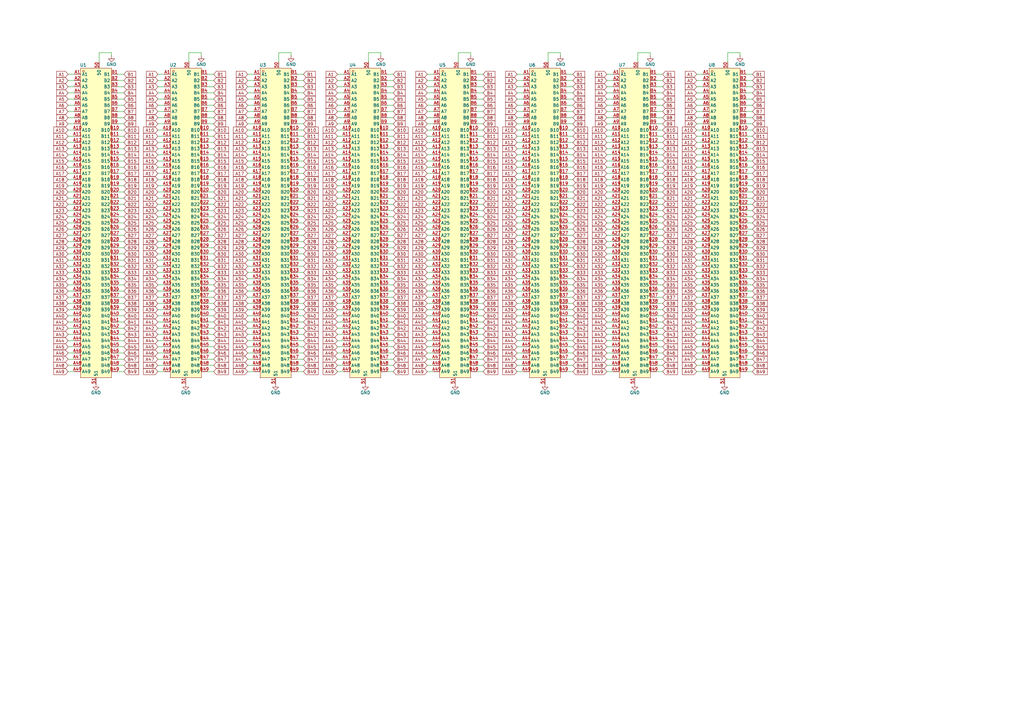
<source format=kicad_sch>
(kicad_sch (version 20250114) (generator "eeschema") (generator_version "9.0")
  (paper "A3")
  (title_block (title "${TITLE}") (rev "${REVISION}") (company "${COMPANY}") (comment 1 "${AUTHOR}") (comment 2 "${AUTHOR_EMAIL}"))
  (wire (pts (xy 248.92 124.46) (xy 251.46 124.46)))
  (wire (pts (xy 248.92 53.34) (xy 251.46 53.34)))
  (wire (pts (xy 198.12 76.2) (xy 195.58 76.2)))
  (wire (pts (xy 248.92 38.1) (xy 251.46 38.1)))
  (wire (pts (xy 271.78 116.84) (xy 269.24 116.84)))
  (wire (pts (xy 161.29 132.08) (xy 158.75 132.08)))
  (wire (pts (xy 27.94 116.84) (xy 30.48 116.84)))
  (wire (pts (xy 138.43 137.16) (xy 140.97 137.16)))
  (wire (pts (xy 87.63 99.06) (xy 85.09 99.06)))
  (wire (pts (xy 234.95 144.78) (xy 232.41 144.78)))
  (wire (pts (xy 101.6 99.06) (xy 104.14 99.06)))
  (wire (pts (xy 285.75 76.2) (xy 288.29 76.2)))
  (wire (pts (xy 248.92 88.9) (xy 251.46 88.9)))
  (wire (pts (xy 212.09 124.46) (xy 214.63 124.46)))
  (wire (pts (xy 27.94 43.18) (xy 30.48 43.18)))
  (wire (pts (xy 161.29 58.42) (xy 158.75 58.42)))
  (wire (pts (xy 64.77 99.06) (xy 67.31 99.06)))
  (wire (pts (xy 50.8 38.1) (xy 48.26 38.1)))
  (wire (pts (xy 234.95 48.26) (xy 232.41 48.26)))
  (wire (pts (xy 175.26 93.98) (xy 177.8 93.98)))
  (wire (pts (xy 198.12 121.92) (xy 195.58 121.92)))
  (wire (pts (xy 82.55 22.86) (xy 82.55 21.59)))
  (wire (pts (xy 308.61 129.54) (xy 306.07 129.54)))
  (wire (pts (xy 161.29 86.36) (xy 158.75 86.36)))
  (wire (pts (xy 87.63 147.32) (xy 85.09 147.32)))
  (wire (pts (xy 234.95 76.2) (xy 232.41 76.2)))
  (wire (pts (xy 212.09 58.42) (xy 214.63 58.42)))
  (wire (pts (xy 138.43 86.36) (xy 140.97 86.36)))
  (wire (pts (xy 198.12 106.68) (xy 195.58 106.68)))
  (wire (pts (xy 212.09 71.12) (xy 214.63 71.12)))
  (wire (pts (xy 212.09 88.9) (xy 214.63 88.9)))
  (wire (pts (xy 193.04 22.86) (xy 193.04 21.59)))
  (wire (pts (xy 27.94 152.4) (xy 30.48 152.4)))
  (wire (pts (xy 234.95 106.68) (xy 232.41 106.68)))
  (wire (pts (xy 234.95 147.32) (xy 232.41 147.32)))
  (wire (pts (xy 27.94 91.44) (xy 30.48 91.44)))
  (wire (pts (xy 64.77 139.7) (xy 67.31 139.7)))
  (wire (pts (xy 101.6 134.62) (xy 104.14 134.62)))
  (wire (pts (xy 212.09 149.86) (xy 214.63 149.86)))
  (wire (pts (xy 308.61 147.32) (xy 306.07 147.32)))
  (wire (pts (xy 308.61 99.06) (xy 306.07 99.06)))
  (wire (pts (xy 308.61 144.78) (xy 306.07 144.78)))
  (wire (pts (xy 285.75 63.5) (xy 288.29 63.5)))
  (wire (pts (xy 138.43 33.02) (xy 140.97 33.02)))
  (wire (pts (xy 50.8 35.56) (xy 48.26 35.56)))
  (wire (pts (xy 175.26 139.7) (xy 177.8 139.7)))
  (wire (pts (xy 175.26 147.32) (xy 177.8 147.32)))
  (wire (pts (xy 50.8 33.02) (xy 48.26 33.02)))
  (wire (pts (xy 212.09 53.34) (xy 214.63 53.34)))
  (wire (pts (xy 198.12 114.3) (xy 195.58 114.3)))
  (wire (pts (xy 234.95 55.88) (xy 232.41 55.88)))
  (wire (pts (xy 234.95 43.18) (xy 232.41 43.18)))
  (wire (pts (xy 101.6 43.18) (xy 104.14 43.18)))
  (wire (pts (xy 248.92 139.7) (xy 251.46 139.7)))
  (wire (pts (xy 64.77 144.78) (xy 67.31 144.78)))
  (wire (pts (xy 198.12 30.48) (xy 195.58 30.48)))
  (wire (pts (xy 138.43 129.54) (xy 140.97 129.54)))
  (wire (pts (xy 212.09 104.14) (xy 214.63 104.14)))
  (wire (pts (xy 308.61 93.98) (xy 306.07 93.98)))
  (wire (pts (xy 198.12 68.58) (xy 195.58 68.58)))
  (wire (pts (xy 248.92 78.74) (xy 251.46 78.74)))
  (wire (pts (xy 27.94 60.96) (xy 30.48 60.96)))
  (wire (pts (xy 64.77 114.3) (xy 67.31 114.3)))
  (wire (pts (xy 101.6 139.7) (xy 104.14 139.7)))
  (wire (pts (xy 212.09 50.8) (xy 214.63 50.8)))
  (wire (pts (xy 87.63 134.62) (xy 85.09 134.62)))
  (wire (pts (xy 285.75 78.74) (xy 288.29 78.74)))
  (wire (pts (xy 50.8 116.84) (xy 48.26 116.84)))
  (wire (pts (xy 212.09 132.08) (xy 214.63 132.08)))
  (wire (pts (xy 64.77 83.82) (xy 67.31 83.82)))
  (wire (pts (xy 124.46 76.2) (xy 121.92 76.2)))
  (wire (pts (xy 198.12 45.72) (xy 195.58 45.72)))
  (wire (pts (xy 234.95 127) (xy 232.41 127)))
  (wire (pts (xy 234.95 83.82) (xy 232.41 83.82)))
  (wire (pts (xy 87.63 53.34) (xy 85.09 53.34)))
  (wire (pts (xy 271.78 139.7) (xy 269.24 139.7)))
  (wire (pts (xy 308.61 40.64) (xy 306.07 40.64)))
  (wire (pts (xy 138.43 53.34) (xy 140.97 53.34)))
  (wire (pts (xy 27.94 111.76) (xy 30.48 111.76)))
  (wire (pts (xy 87.63 71.12) (xy 85.09 71.12)))
  (wire (pts (xy 198.12 60.96) (xy 195.58 60.96)))
  (wire (pts (xy 27.94 30.48) (xy 30.48 30.48)))
  (wire (pts (xy 285.75 101.6) (xy 288.29 101.6)))
  (wire (pts (xy 138.43 109.22) (xy 140.97 109.22)))
  (wire (pts (xy 64.77 68.58) (xy 67.31 68.58)))
  (wire (pts (xy 27.94 81.28) (xy 30.48 81.28)))
  (wire (pts (xy 198.12 139.7) (xy 195.58 139.7)))
  (wire (pts (xy 87.63 66.04) (xy 85.09 66.04)))
  (wire (pts (xy 161.29 73.66) (xy 158.75 73.66)))
  (wire (pts (xy 138.43 101.6) (xy 140.97 101.6)))
  (wire (pts (xy 124.46 53.34) (xy 121.92 53.34)))
  (wire (pts (xy 212.09 99.06) (xy 214.63 99.06)))
  (wire (pts (xy 303.53 22.86) (xy 303.53 21.59)))
  (wire (pts (xy 124.46 33.02) (xy 121.92 33.02)))
  (wire (pts (xy 248.92 116.84) (xy 251.46 116.84)))
  (wire (pts (xy 234.95 101.6) (xy 232.41 101.6)))
  (wire (pts (xy 50.8 101.6) (xy 48.26 101.6)))
  (wire (pts (xy 248.92 119.38) (xy 251.46 119.38)))
  (wire (pts (xy 138.43 45.72) (xy 140.97 45.72)))
  (wire (pts (xy 27.94 53.34) (xy 30.48 53.34)))
  (wire (pts (xy 50.8 132.08) (xy 48.26 132.08)))
  (wire (pts (xy 285.75 68.58) (xy 288.29 68.58)))
  (wire (pts (xy 124.46 66.04) (xy 121.92 66.04)))
  (wire (pts (xy 64.77 134.62) (xy 67.31 134.62)))
  (wire (pts (xy 271.78 43.18) (xy 269.24 43.18)))
  (wire (pts (xy 248.92 132.08) (xy 251.46 132.08)))
  (wire (pts (xy 27.94 147.32) (xy 30.48 147.32)))
  (wire (pts (xy 175.26 55.88) (xy 177.8 55.88)))
  (wire (pts (xy 138.43 78.74) (xy 140.97 78.74)))
  (wire (pts (xy 308.61 111.76) (xy 306.07 111.76)))
  (wire (pts (xy 271.78 58.42) (xy 269.24 58.42)))
  (wire (pts (xy 50.8 109.22) (xy 48.26 109.22)))
  (wire (pts (xy 161.29 78.74) (xy 158.75 78.74)))
  (wire (pts (xy 175.26 101.6) (xy 177.8 101.6)))
  (wire (pts (xy 212.09 142.24) (xy 214.63 142.24)))
  (wire (pts (xy 271.78 99.06) (xy 269.24 99.06)))
  (wire (pts (xy 212.09 55.88) (xy 214.63 55.88)))
  (wire (pts (xy 212.09 48.26) (xy 214.63 48.26)))
  (wire (pts (xy 234.95 30.48) (xy 232.41 30.48)))
  (wire (pts (xy 198.12 119.38) (xy 195.58 119.38)))
  (wire (pts (xy 138.43 55.88) (xy 140.97 55.88)))
  (wire (pts (xy 138.43 142.24) (xy 140.97 142.24)))
  (wire (pts (xy 161.29 33.02) (xy 158.75 33.02)))
  (wire (pts (xy 64.77 93.98) (xy 67.31 93.98)))
  (wire (pts (xy 50.8 73.66) (xy 48.26 73.66)))
  (wire (pts (xy 27.94 38.1) (xy 30.48 38.1)))
  (wire (pts (xy 64.77 45.72) (xy 67.31 45.72)))
  (wire (pts (xy 234.95 73.66) (xy 232.41 73.66)))
  (wire (pts (xy 124.46 60.96) (xy 121.92 60.96)))
  (wire (pts (xy 212.09 73.66) (xy 214.63 73.66)))
  (wire (pts (xy 198.12 35.56) (xy 195.58 35.56)))
  (wire (pts (xy 64.77 91.44) (xy 67.31 91.44)))
  (wire (pts (xy 101.6 30.48) (xy 104.14 30.48)))
  (wire (pts (xy 138.43 106.68) (xy 140.97 106.68)))
  (wire (pts (xy 50.8 114.3) (xy 48.26 114.3)))
  (wire (pts (xy 248.92 121.92) (xy 251.46 121.92)))
  (wire (pts (xy 308.61 91.44) (xy 306.07 91.44)))
  (wire (pts (xy 285.75 127) (xy 288.29 127)))
  (wire (pts (xy 87.63 81.28) (xy 85.09 81.28)))
  (wire (pts (xy 198.12 111.76) (xy 195.58 111.76)))
  (wire (pts (xy 101.6 144.78) (xy 104.14 144.78)))
  (wire (pts (xy 101.6 50.8) (xy 104.14 50.8)))
  (wire (pts (xy 198.12 93.98) (xy 195.58 93.98)))
  (wire (pts (xy 161.29 35.56) (xy 158.75 35.56)))
  (wire (pts (xy 101.6 71.12) (xy 104.14 71.12)))
  (wire (pts (xy 212.09 152.4) (xy 214.63 152.4)))
  (wire (pts (xy 87.63 137.16) (xy 85.09 137.16)))
  (wire (pts (xy 124.46 83.82) (xy 121.92 83.82)))
  (wire (pts (xy 64.77 81.28) (xy 67.31 81.28)))
  (wire (pts (xy 308.61 78.74) (xy 306.07 78.74)))
  (wire (pts (xy 101.6 38.1) (xy 104.14 38.1)))
  (wire (pts (xy 124.46 119.38) (xy 121.92 119.38)))
  (wire (pts (xy 212.09 119.38) (xy 214.63 119.38)))
  (wire (pts (xy 161.29 71.12) (xy 158.75 71.12)))
  (wire (pts (xy 101.6 40.64) (xy 104.14 40.64)))
  (wire (pts (xy 50.8 40.64) (xy 48.26 40.64)))
  (wire (pts (xy 64.77 111.76) (xy 67.31 111.76)))
  (wire (pts (xy 198.12 124.46) (xy 195.58 124.46)))
  (wire (pts (xy 124.46 121.92) (xy 121.92 121.92)))
  (wire (pts (xy 308.61 142.24) (xy 306.07 142.24)))
  (wire (pts (xy 248.92 137.16) (xy 251.46 137.16)))
  (wire (pts (xy 234.95 38.1) (xy 232.41 38.1)))
  (wire (pts (xy 138.43 149.86) (xy 140.97 149.86)))
  (wire (pts (xy 124.46 63.5) (xy 121.92 63.5)))
  (wire (pts (xy 175.26 66.04) (xy 177.8 66.04)))
  (wire (pts (xy 27.94 137.16) (xy 30.48 137.16)))
  (wire (pts (xy 101.6 60.96) (xy 104.14 60.96)))
  (wire (pts (xy 212.09 60.96) (xy 214.63 60.96)))
  (wire (pts (xy 234.95 53.34) (xy 232.41 53.34)))
  (wire (pts (xy 261.62 21.59) (xy 261.62 25.4)))
  (wire (pts (xy 198.12 73.66) (xy 195.58 73.66)))
  (wire (pts (xy 308.61 71.12) (xy 306.07 71.12)))
  (wire (pts (xy 64.77 53.34) (xy 67.31 53.34)))
  (wire (pts (xy 161.29 83.82) (xy 158.75 83.82)))
  (wire (pts (xy 212.09 81.28) (xy 214.63 81.28)))
  (wire (pts (xy 175.26 127) (xy 177.8 127)))
  (wire (pts (xy 27.94 68.58) (xy 30.48 68.58)))
  (wire (pts (xy 124.46 43.18) (xy 121.92 43.18)))
  (wire (pts (xy 138.43 121.92) (xy 140.97 121.92)))
  (wire (pts (xy 87.63 83.82) (xy 85.09 83.82)))
  (wire (pts (xy 87.63 60.96) (xy 85.09 60.96)))
  (wire (pts (xy 101.6 142.24) (xy 104.14 142.24)))
  (wire (pts (xy 27.94 63.5) (xy 30.48 63.5)))
  (wire (pts (xy 285.75 114.3) (xy 288.29 114.3)))
  (wire (pts (xy 271.78 38.1) (xy 269.24 38.1)))
  (wire (pts (xy 175.26 132.08) (xy 177.8 132.08)))
  (wire (pts (xy 285.75 132.08) (xy 288.29 132.08)))
  (wire (pts (xy 175.26 45.72) (xy 177.8 45.72)))
  (wire (pts (xy 234.95 96.52) (xy 232.41 96.52)))
  (wire (pts (xy 212.09 45.72) (xy 214.63 45.72)))
  (wire (pts (xy 271.78 63.5) (xy 269.24 63.5)))
  (wire (pts (xy 175.26 149.86) (xy 177.8 149.86)))
  (wire (pts (xy 87.63 152.4) (xy 85.09 152.4)))
  (wire (pts (xy 124.46 55.88) (xy 121.92 55.88)))
  (wire (pts (xy 50.8 111.76) (xy 48.26 111.76)))
  (wire (pts (xy 271.78 71.12) (xy 269.24 71.12)))
  (wire (pts (xy 198.12 109.22) (xy 195.58 109.22)))
  (wire (pts (xy 124.46 73.66) (xy 121.92 73.66)))
  (wire (pts (xy 175.26 58.42) (xy 177.8 58.42)))
  (wire (pts (xy 138.43 147.32) (xy 140.97 147.32)))
  (wire (pts (xy 285.75 50.8) (xy 288.29 50.8)))
  (wire (pts (xy 87.63 91.44) (xy 85.09 91.44)))
  (wire (pts (xy 248.92 101.6) (xy 251.46 101.6)))
  (wire (pts (xy 234.95 63.5) (xy 232.41 63.5)))
  (wire (pts (xy 27.94 129.54) (xy 30.48 129.54)))
  (wire (pts (xy 64.77 147.32) (xy 67.31 147.32)))
  (wire (pts (xy 234.95 88.9) (xy 232.41 88.9)))
  (wire (pts (xy 271.78 53.34) (xy 269.24 53.34)))
  (wire (pts (xy 212.09 30.48) (xy 214.63 30.48)))
  (wire (pts (xy 87.63 88.9) (xy 85.09 88.9)))
  (wire (pts (xy 64.77 38.1) (xy 67.31 38.1)))
  (wire (pts (xy 308.61 114.3) (xy 306.07 114.3)))
  (wire (pts (xy 138.43 132.08) (xy 140.97 132.08)))
  (wire (pts (xy 138.43 48.26) (xy 140.97 48.26)))
  (wire (pts (xy 212.09 101.6) (xy 214.63 101.6)))
  (wire (pts (xy 101.6 83.82) (xy 104.14 83.82)))
  (wire (pts (xy 271.78 50.8) (xy 269.24 50.8)))
  (wire (pts (xy 87.63 139.7) (xy 85.09 139.7)))
  (wire (pts (xy 64.77 129.54) (xy 67.31 129.54)))
  (wire (pts (xy 285.75 96.52) (xy 288.29 96.52)))
  (wire (pts (xy 124.46 81.28) (xy 121.92 81.28)))
  (wire (pts (xy 124.46 96.52) (xy 121.92 96.52)))
  (wire (pts (xy 212.09 66.04) (xy 214.63 66.04)))
  (wire (pts (xy 198.12 144.78) (xy 195.58 144.78)))
  (wire (pts (xy 175.26 137.16) (xy 177.8 137.16)))
  (wire (pts (xy 27.94 132.08) (xy 30.48 132.08)))
  (wire (pts (xy 234.95 68.58) (xy 232.41 68.58)))
  (wire (pts (xy 101.6 76.2) (xy 104.14 76.2)))
  (wire (pts (xy 45.72 22.86) (xy 45.72 21.59)))
  (wire (pts (xy 308.61 55.88) (xy 306.07 55.88)))
  (wire (pts (xy 175.26 68.58) (xy 177.8 68.58)))
  (wire (pts (xy 87.63 111.76) (xy 85.09 111.76)))
  (wire (pts (xy 198.12 83.82) (xy 195.58 83.82)))
  (wire (pts (xy 198.12 88.9) (xy 195.58 88.9)))
  (wire (pts (xy 101.6 109.22) (xy 104.14 109.22)))
  (wire (pts (xy 308.61 53.34) (xy 306.07 53.34)))
  (wire (pts (xy 198.12 132.08) (xy 195.58 132.08)))
  (wire (pts (xy 101.6 66.04) (xy 104.14 66.04)))
  (wire (pts (xy 234.95 58.42) (xy 232.41 58.42)))
  (wire (pts (xy 308.61 86.36) (xy 306.07 86.36)))
  (wire (pts (xy 124.46 78.74) (xy 121.92 78.74)))
  (wire (pts (xy 27.94 99.06) (xy 30.48 99.06)))
  (wire (pts (xy 198.12 116.84) (xy 195.58 116.84)))
  (wire (pts (xy 124.46 58.42) (xy 121.92 58.42)))
  (wire (pts (xy 64.77 142.24) (xy 67.31 142.24)))
  (wire (pts (xy 285.75 88.9) (xy 288.29 88.9)))
  (wire (pts (xy 285.75 142.24) (xy 288.29 142.24)))
  (wire (pts (xy 161.29 116.84) (xy 158.75 116.84)))
  (wire (pts (xy 248.92 68.58) (xy 251.46 68.58)))
  (wire (pts (xy 308.61 121.92) (xy 306.07 121.92)))
  (wire (pts (xy 101.6 152.4) (xy 104.14 152.4)))
  (wire (pts (xy 124.46 91.44) (xy 121.92 91.44)))
  (wire (pts (xy 124.46 38.1) (xy 121.92 38.1)))
  (wire (pts (xy 138.43 93.98) (xy 140.97 93.98)))
  (wire (pts (xy 248.92 86.36) (xy 251.46 86.36)))
  (wire (pts (xy 124.46 68.58) (xy 121.92 68.58)))
  (wire (pts (xy 27.94 50.8) (xy 30.48 50.8)))
  (wire (pts (xy 27.94 106.68) (xy 30.48 106.68)))
  (wire (pts (xy 50.8 50.8) (xy 48.26 50.8)))
  (wire (pts (xy 234.95 109.22) (xy 232.41 109.22)))
  (wire (pts (xy 161.29 55.88) (xy 158.75 55.88)))
  (wire (pts (xy 234.95 124.46) (xy 232.41 124.46)))
  (wire (pts (xy 64.77 116.84) (xy 67.31 116.84)))
  (wire (pts (xy 101.6 104.14) (xy 104.14 104.14)))
  (wire (pts (xy 27.94 142.24) (xy 30.48 142.24)))
  (wire (pts (xy 27.94 139.7) (xy 30.48 139.7)))
  (wire (pts (xy 138.43 99.06) (xy 140.97 99.06)))
  (wire (pts (xy 27.94 55.88) (xy 30.48 55.88)))
  (wire (pts (xy 212.09 83.82) (xy 214.63 83.82)))
  (wire (pts (xy 308.61 124.46) (xy 306.07 124.46)))
  (wire (pts (xy 101.6 35.56) (xy 104.14 35.56)))
  (wire (pts (xy 161.29 147.32) (xy 158.75 147.32)))
  (wire (pts (xy 248.92 127) (xy 251.46 127)))
  (wire (pts (xy 175.26 60.96) (xy 177.8 60.96)))
  (wire (pts (xy 175.26 119.38) (xy 177.8 119.38)))
  (wire (pts (xy 175.26 91.44) (xy 177.8 91.44)))
  (wire (pts (xy 234.95 104.14) (xy 232.41 104.14)))
  (wire (pts (xy 87.63 109.22) (xy 85.09 109.22)))
  (wire (pts (xy 101.6 101.6) (xy 104.14 101.6)))
  (wire (pts (xy 101.6 73.66) (xy 104.14 73.66)))
  (wire (pts (xy 266.7 22.86) (xy 266.7 21.59)))
  (wire (pts (xy 161.29 139.7) (xy 158.75 139.7)))
  (wire (pts (xy 87.63 144.78) (xy 85.09 144.78)))
  (wire (pts (xy 198.12 63.5) (xy 195.58 63.5)))
  (wire (pts (xy 64.77 55.88) (xy 67.31 55.88)))
  (wire (pts (xy 101.6 127) (xy 104.14 127)))
  (wire (pts (xy 138.43 43.18) (xy 140.97 43.18)))
  (wire (pts (xy 101.6 121.92) (xy 104.14 121.92)))
  (wire (pts (xy 198.12 147.32) (xy 195.58 147.32)))
  (wire (pts (xy 175.26 88.9) (xy 177.8 88.9)))
  (wire (pts (xy 248.92 63.5) (xy 251.46 63.5)))
  (wire (pts (xy 248.92 58.42) (xy 251.46 58.42)))
  (wire (pts (xy 124.46 109.22) (xy 121.92 109.22)))
  (wire (pts (xy 161.29 60.96) (xy 158.75 60.96)))
  (wire (pts (xy 87.63 93.98) (xy 85.09 93.98)))
  (wire (pts (xy 101.6 137.16) (xy 104.14 137.16)))
  (wire (pts (xy 285.75 144.78) (xy 288.29 144.78)))
  (wire (pts (xy 101.6 93.98) (xy 104.14 93.98)))
  (wire (pts (xy 87.63 106.68) (xy 85.09 106.68)))
  (wire (pts (xy 161.29 40.64) (xy 158.75 40.64)))
  (wire (pts (xy 271.78 35.56) (xy 269.24 35.56)))
  (wire (pts (xy 248.92 43.18) (xy 251.46 43.18)))
  (wire (pts (xy 50.8 149.86) (xy 48.26 149.86)))
  (wire (pts (xy 212.09 147.32) (xy 214.63 147.32)))
  (wire (pts (xy 64.77 60.96) (xy 67.31 60.96)))
  (wire (pts (xy 234.95 152.4) (xy 232.41 152.4)))
  (wire (pts (xy 27.94 45.72) (xy 30.48 45.72)))
  (wire (pts (xy 285.75 73.66) (xy 288.29 73.66)))
  (wire (pts (xy 248.92 147.32) (xy 251.46 147.32)))
  (wire (pts (xy 308.61 116.84) (xy 306.07 116.84)))
  (wire (pts (xy 101.6 58.42) (xy 104.14 58.42)))
  (wire (pts (xy 138.43 139.7) (xy 140.97 139.7)))
  (wire (pts (xy 271.78 30.48) (xy 269.24 30.48)))
  (wire (pts (xy 248.92 55.88) (xy 251.46 55.88)))
  (wire (pts (xy 161.29 88.9) (xy 158.75 88.9)))
  (wire (pts (xy 124.46 48.26) (xy 121.92 48.26)))
  (wire (pts (xy 124.46 99.06) (xy 121.92 99.06)))
  (wire (pts (xy 308.61 119.38) (xy 306.07 119.38)))
  (wire (pts (xy 50.8 121.92) (xy 48.26 121.92)))
  (wire (pts (xy 212.09 134.62) (xy 214.63 134.62)))
  (wire (pts (xy 212.09 40.64) (xy 214.63 40.64)))
  (wire (pts (xy 87.63 86.36) (xy 85.09 86.36)))
  (wire (pts (xy 161.29 96.52) (xy 158.75 96.52)))
  (wire (pts (xy 50.8 55.88) (xy 48.26 55.88)))
  (wire (pts (xy 27.94 73.66) (xy 30.48 73.66)))
  (wire (pts (xy 234.95 93.98) (xy 232.41 93.98)))
  (wire (pts (xy 27.94 114.3) (xy 30.48 114.3)))
  (wire (pts (xy 198.12 43.18) (xy 195.58 43.18)))
  (wire (pts (xy 198.12 127) (xy 195.58 127)))
  (wire (pts (xy 175.26 114.3) (xy 177.8 114.3)))
  (wire (pts (xy 285.75 93.98) (xy 288.29 93.98)))
  (wire (pts (xy 248.92 104.14) (xy 251.46 104.14)))
  (wire (pts (xy 234.95 116.84) (xy 232.41 116.84)))
  (wire (pts (xy 285.75 33.02) (xy 288.29 33.02)))
  (wire (pts (xy 161.29 101.6) (xy 158.75 101.6)))
  (wire (pts (xy 308.61 134.62) (xy 306.07 134.62)))
  (wire (pts (xy 308.61 58.42) (xy 306.07 58.42)))
  (wire (pts (xy 285.75 38.1) (xy 288.29 38.1)))
  (wire (pts (xy 285.75 60.96) (xy 288.29 60.96)))
  (wire (pts (xy 101.6 33.02) (xy 104.14 33.02)))
  (wire (pts (xy 77.47 21.59) (xy 77.47 25.4)))
  (wire (pts (xy 175.26 111.76) (xy 177.8 111.76)))
  (wire (pts (xy 271.78 86.36) (xy 269.24 86.36)))
  (wire (pts (xy 138.43 114.3) (xy 140.97 114.3)))
  (wire (pts (xy 50.8 68.58) (xy 48.26 68.58)))
  (wire (pts (xy 161.29 142.24) (xy 158.75 142.24)))
  (wire (pts (xy 138.43 111.76) (xy 140.97 111.76)))
  (wire (pts (xy 87.63 43.18) (xy 85.09 43.18)))
  (wire (pts (xy 198.12 50.8) (xy 195.58 50.8)))
  (wire (pts (xy 161.29 43.18) (xy 158.75 43.18)))
  (wire (pts (xy 50.8 88.9) (xy 48.26 88.9)))
  (wire (pts (xy 175.26 129.54) (xy 177.8 129.54)))
  (wire (pts (xy 138.43 58.42) (xy 140.97 58.42)))
  (wire (pts (xy 124.46 71.12) (xy 121.92 71.12)))
  (wire (pts (xy 64.77 33.02) (xy 67.31 33.02)))
  (wire (pts (xy 64.77 86.36) (xy 67.31 86.36)))
  (wire (pts (xy 308.61 66.04) (xy 306.07 66.04)))
  (wire (pts (xy 50.8 78.74) (xy 48.26 78.74)))
  (wire (pts (xy 138.43 73.66) (xy 140.97 73.66)))
  (wire (pts (xy 285.75 104.14) (xy 288.29 104.14)))
  (wire (pts (xy 285.75 99.06) (xy 288.29 99.06)))
  (wire (pts (xy 271.78 101.6) (xy 269.24 101.6)))
  (wire (pts (xy 198.12 152.4) (xy 195.58 152.4)))
  (wire (pts (xy 308.61 50.8) (xy 306.07 50.8)))
  (wire (pts (xy 161.29 111.76) (xy 158.75 111.76)))
  (wire (pts (xy 198.12 55.88) (xy 195.58 55.88)))
  (wire (pts (xy 124.46 147.32) (xy 121.92 147.32)))
  (wire (pts (xy 285.75 137.16) (xy 288.29 137.16)))
  (wire (pts (xy 198.12 104.14) (xy 195.58 104.14)))
  (wire (pts (xy 124.46 35.56) (xy 121.92 35.56)))
  (wire (pts (xy 234.95 139.7) (xy 232.41 139.7)))
  (wire (pts (xy 285.75 40.64) (xy 288.29 40.64)))
  (wire (pts (xy 27.94 144.78) (xy 30.48 144.78)))
  (wire (pts (xy 271.78 66.04) (xy 269.24 66.04)))
  (wire (pts (xy 266.7 21.59) (xy 261.62 21.59)))
  (wire (pts (xy 234.95 111.76) (xy 232.41 111.76)))
  (wire (pts (xy 271.78 45.72) (xy 269.24 45.72)))
  (wire (pts (xy 248.92 111.76) (xy 251.46 111.76)))
  (wire (pts (xy 124.46 134.62) (xy 121.92 134.62)))
  (wire (pts (xy 101.6 78.74) (xy 104.14 78.74)))
  (wire (pts (xy 161.29 66.04) (xy 158.75 66.04)))
  (wire (pts (xy 101.6 81.28) (xy 104.14 81.28)))
  (wire (pts (xy 27.94 104.14) (xy 30.48 104.14)))
  (wire (pts (xy 101.6 129.54) (xy 104.14 129.54)))
  (wire (pts (xy 175.26 124.46) (xy 177.8 124.46)))
  (wire (pts (xy 271.78 68.58) (xy 269.24 68.58)))
  (wire (pts (xy 138.43 144.78) (xy 140.97 144.78)))
  (wire (pts (xy 271.78 121.92) (xy 269.24 121.92)))
  (wire (pts (xy 50.8 45.72) (xy 48.26 45.72)))
  (wire (pts (xy 124.46 142.24) (xy 121.92 142.24)))
  (wire (pts (xy 308.61 63.5) (xy 306.07 63.5)))
  (wire (pts (xy 271.78 96.52) (xy 269.24 96.52)))
  (wire (pts (xy 285.75 58.42) (xy 288.29 58.42)))
  (wire (pts (xy 175.26 63.5) (xy 177.8 63.5)))
  (wire (pts (xy 50.8 58.42) (xy 48.26 58.42)))
  (wire (pts (xy 271.78 76.2) (xy 269.24 76.2)))
  (wire (pts (xy 138.43 119.38) (xy 140.97 119.38)))
  (wire (pts (xy 198.12 81.28) (xy 195.58 81.28)))
  (wire (pts (xy 161.29 30.48) (xy 158.75 30.48)))
  (wire (pts (xy 308.61 45.72) (xy 306.07 45.72)))
  (wire (pts (xy 271.78 55.88) (xy 269.24 55.88)))
  (wire (pts (xy 138.43 124.46) (xy 140.97 124.46)))
  (wire (pts (xy 212.09 63.5) (xy 214.63 63.5)))
  (wire (pts (xy 161.29 152.4) (xy 158.75 152.4)))
  (wire (pts (xy 271.78 60.96) (xy 269.24 60.96)))
  (wire (pts (xy 248.92 33.02) (xy 251.46 33.02)))
  (wire (pts (xy 50.8 86.36) (xy 48.26 86.36)))
  (wire (pts (xy 50.8 129.54) (xy 48.26 129.54)))
  (wire (pts (xy 138.43 68.58) (xy 140.97 68.58)))
  (wire (pts (xy 198.12 53.34) (xy 195.58 53.34)))
  (wire (pts (xy 50.8 91.44) (xy 48.26 91.44)))
  (wire (pts (xy 64.77 35.56) (xy 67.31 35.56)))
  (wire (pts (xy 285.75 35.56) (xy 288.29 35.56)))
  (wire (pts (xy 27.94 93.98) (xy 30.48 93.98)))
  (wire (pts (xy 175.26 73.66) (xy 177.8 73.66)))
  (wire (pts (xy 198.12 137.16) (xy 195.58 137.16)))
  (wire (pts (xy 212.09 106.68) (xy 214.63 106.68)))
  (wire (pts (xy 308.61 137.16) (xy 306.07 137.16)))
  (wire (pts (xy 64.77 152.4) (xy 67.31 152.4)))
  (wire (pts (xy 50.8 144.78) (xy 48.26 144.78)))
  (wire (pts (xy 198.12 40.64) (xy 195.58 40.64)))
  (wire (pts (xy 187.96 21.59) (xy 187.96 25.4)))
  (wire (pts (xy 50.8 66.04) (xy 48.26 66.04)))
  (wire (pts (xy 175.26 78.74) (xy 177.8 78.74)))
  (wire (pts (xy 64.77 88.9) (xy 67.31 88.9)))
  (wire (pts (xy 101.6 119.38) (xy 104.14 119.38)))
  (wire (pts (xy 87.63 149.86) (xy 85.09 149.86)))
  (wire (pts (xy 101.6 86.36) (xy 104.14 86.36)))
  (wire (pts (xy 234.95 114.3) (xy 232.41 114.3)))
  (wire (pts (xy 224.79 21.59) (xy 224.79 25.4)))
  (wire (pts (xy 271.78 127) (xy 269.24 127)))
  (wire (pts (xy 175.26 81.28) (xy 177.8 81.28)))
  (wire (pts (xy 161.29 63.5) (xy 158.75 63.5)))
  (wire (pts (xy 248.92 129.54) (xy 251.46 129.54)))
  (wire (pts (xy 175.26 106.68) (xy 177.8 106.68)))
  (wire (pts (xy 271.78 88.9) (xy 269.24 88.9)))
  (wire (pts (xy 271.78 93.98) (xy 269.24 93.98)))
  (wire (pts (xy 271.78 119.38) (xy 269.24 119.38)))
  (wire (pts (xy 308.61 127) (xy 306.07 127)))
  (wire (pts (xy 50.8 48.26) (xy 48.26 48.26)))
  (wire (pts (xy 308.61 30.48) (xy 306.07 30.48)))
  (wire (pts (xy 212.09 38.1) (xy 214.63 38.1)))
  (wire (pts (xy 101.6 116.84) (xy 104.14 116.84)))
  (wire (pts (xy 285.75 124.46) (xy 288.29 124.46)))
  (wire (pts (xy 212.09 86.36) (xy 214.63 86.36)))
  (wire (pts (xy 298.45 21.59) (xy 298.45 25.4)))
  (wire (pts (xy 50.8 96.52) (xy 48.26 96.52)))
  (wire (pts (xy 308.61 149.86) (xy 306.07 149.86)))
  (wire (pts (xy 308.61 88.9) (xy 306.07 88.9)))
  (wire (pts (xy 271.78 147.32) (xy 269.24 147.32)))
  (wire (pts (xy 101.6 96.52) (xy 104.14 96.52)))
  (wire (pts (xy 234.95 121.92) (xy 232.41 121.92)))
  (wire (pts (xy 229.87 22.86) (xy 229.87 21.59)))
  (wire (pts (xy 87.63 121.92) (xy 85.09 121.92)))
  (wire (pts (xy 212.09 35.56) (xy 214.63 35.56)))
  (wire (pts (xy 175.26 116.84) (xy 177.8 116.84)))
  (wire (pts (xy 101.6 114.3) (xy 104.14 114.3)))
  (wire (pts (xy 27.94 33.02) (xy 30.48 33.02)))
  (wire (pts (xy 87.63 30.48) (xy 85.09 30.48)))
  (wire (pts (xy 138.43 30.48) (xy 140.97 30.48)))
  (wire (pts (xy 119.38 21.59) (xy 114.3 21.59)))
  (wire (pts (xy 198.12 71.12) (xy 195.58 71.12)))
  (wire (pts (xy 308.61 106.68) (xy 306.07 106.68)))
  (wire (pts (xy 285.75 147.32) (xy 288.29 147.32)))
  (wire (pts (xy 124.46 114.3) (xy 121.92 114.3)))
  (wire (pts (xy 285.75 55.88) (xy 288.29 55.88)))
  (wire (pts (xy 212.09 91.44) (xy 214.63 91.44)))
  (wire (pts (xy 161.29 127) (xy 158.75 127)))
  (wire (pts (xy 161.29 93.98) (xy 158.75 93.98)))
  (wire (pts (xy 198.12 101.6) (xy 195.58 101.6)))
  (wire (pts (xy 87.63 132.08) (xy 85.09 132.08)))
  (wire (pts (xy 308.61 35.56) (xy 306.07 35.56)))
  (wire (pts (xy 248.92 144.78) (xy 251.46 144.78)))
  (wire (pts (xy 285.75 83.82) (xy 288.29 83.82)))
  (wire (pts (xy 101.6 63.5) (xy 104.14 63.5)))
  (wire (pts (xy 161.29 91.44) (xy 158.75 91.44)))
  (wire (pts (xy 27.94 134.62) (xy 30.48 134.62)))
  (wire (pts (xy 64.77 109.22) (xy 67.31 109.22)))
  (wire (pts (xy 87.63 48.26) (xy 85.09 48.26)))
  (wire (pts (xy 271.78 137.16) (xy 269.24 137.16)))
  (wire (pts (xy 234.95 50.8) (xy 232.41 50.8)))
  (wire (pts (xy 212.09 111.76) (xy 214.63 111.76)))
  (wire (pts (xy 248.92 60.96) (xy 251.46 60.96)))
  (wire (pts (xy 87.63 45.72) (xy 85.09 45.72)))
  (wire (pts (xy 198.12 33.02) (xy 195.58 33.02)))
  (wire (pts (xy 161.29 106.68) (xy 158.75 106.68)))
  (wire (pts (xy 248.92 66.04) (xy 251.46 66.04)))
  (wire (pts (xy 161.29 45.72) (xy 158.75 45.72)))
  (wire (pts (xy 285.75 111.76) (xy 288.29 111.76)))
  (wire (pts (xy 175.26 43.18) (xy 177.8 43.18)))
  (wire (pts (xy 27.94 83.82) (xy 30.48 83.82)))
  (wire (pts (xy 114.3 21.59) (xy 114.3 25.4)))
  (wire (pts (xy 234.95 60.96) (xy 232.41 60.96)))
  (wire (pts (xy 124.46 116.84) (xy 121.92 116.84)))
  (wire (pts (xy 285.75 119.38) (xy 288.29 119.38)))
  (wire (pts (xy 175.26 109.22) (xy 177.8 109.22)))
  (wire (pts (xy 248.92 30.48) (xy 251.46 30.48)))
  (wire (pts (xy 271.78 83.82) (xy 269.24 83.82)))
  (wire (pts (xy 212.09 93.98) (xy 214.63 93.98)))
  (wire (pts (xy 161.29 68.58) (xy 158.75 68.58)))
  (wire (pts (xy 124.46 152.4) (xy 121.92 152.4)))
  (wire (pts (xy 156.21 21.59) (xy 151.13 21.59)))
  (wire (pts (xy 285.75 30.48) (xy 288.29 30.48)))
  (wire (pts (xy 308.61 96.52) (xy 306.07 96.52)))
  (wire (pts (xy 234.95 66.04) (xy 232.41 66.04)))
  (wire (pts (xy 285.75 81.28) (xy 288.29 81.28)))
  (wire (pts (xy 175.26 71.12) (xy 177.8 71.12)))
  (wire (pts (xy 119.38 22.86) (xy 119.38 21.59)))
  (wire (pts (xy 82.55 21.59) (xy 77.47 21.59)))
  (wire (pts (xy 50.8 71.12) (xy 48.26 71.12)))
  (wire (pts (xy 161.29 38.1) (xy 158.75 38.1)))
  (wire (pts (xy 285.75 91.44) (xy 288.29 91.44)))
  (wire (pts (xy 212.09 144.78) (xy 214.63 144.78)))
  (wire (pts (xy 248.92 106.68) (xy 251.46 106.68)))
  (wire (pts (xy 138.43 40.64) (xy 140.97 40.64)))
  (wire (pts (xy 64.77 119.38) (xy 67.31 119.38)))
  (wire (pts (xy 248.92 142.24) (xy 251.46 142.24)))
  (wire (pts (xy 161.29 114.3) (xy 158.75 114.3)))
  (wire (pts (xy 308.61 43.18) (xy 306.07 43.18)))
  (wire (pts (xy 198.12 129.54) (xy 195.58 129.54)))
  (wire (pts (xy 27.94 66.04) (xy 30.48 66.04)))
  (wire (pts (xy 303.53 21.59) (xy 298.45 21.59)))
  (wire (pts (xy 27.94 71.12) (xy 30.48 71.12)))
  (wire (pts (xy 124.46 30.48) (xy 121.92 30.48)))
  (wire (pts (xy 64.77 149.86) (xy 67.31 149.86)))
  (wire (pts (xy 64.77 40.64) (xy 67.31 40.64)))
  (wire (pts (xy 64.77 73.66) (xy 67.31 73.66)))
  (wire (pts (xy 308.61 60.96) (xy 306.07 60.96)))
  (wire (pts (xy 175.26 121.92) (xy 177.8 121.92)))
  (wire (pts (xy 212.09 78.74) (xy 214.63 78.74)))
  (wire (pts (xy 271.78 129.54) (xy 269.24 129.54)))
  (wire (pts (xy 175.26 96.52) (xy 177.8 96.52)))
  (wire (pts (xy 138.43 35.56) (xy 140.97 35.56)))
  (wire (pts (xy 234.95 40.64) (xy 232.41 40.64)))
  (wire (pts (xy 248.92 73.66) (xy 251.46 73.66)))
  (wire (pts (xy 124.46 104.14) (xy 121.92 104.14)))
  (wire (pts (xy 64.77 132.08) (xy 67.31 132.08)))
  (wire (pts (xy 101.6 132.08) (xy 104.14 132.08)))
  (wire (pts (xy 285.75 152.4) (xy 288.29 152.4)))
  (wire (pts (xy 248.92 76.2) (xy 251.46 76.2)))
  (wire (pts (xy 50.8 53.34) (xy 48.26 53.34)))
  (wire (pts (xy 285.75 134.62) (xy 288.29 134.62)))
  (wire (pts (xy 87.63 127) (xy 85.09 127)))
  (wire (pts (xy 285.75 116.84) (xy 288.29 116.84)))
  (wire (pts (xy 161.29 129.54) (xy 158.75 129.54)))
  (wire (pts (xy 271.78 33.02) (xy 269.24 33.02)))
  (wire (pts (xy 234.95 35.56) (xy 232.41 35.56)))
  (wire (pts (xy 308.61 33.02) (xy 306.07 33.02)))
  (wire (pts (xy 87.63 116.84) (xy 85.09 116.84)))
  (wire (pts (xy 198.12 96.52) (xy 195.58 96.52)))
  (wire (pts (xy 45.72 21.59) (xy 40.64 21.59)))
  (wire (pts (xy 193.04 21.59) (xy 187.96 21.59)))
  (wire (pts (xy 175.26 144.78) (xy 177.8 144.78)))
  (wire (pts (xy 101.6 91.44) (xy 104.14 91.44)))
  (wire (pts (xy 212.09 76.2) (xy 214.63 76.2)))
  (wire (pts (xy 64.77 58.42) (xy 67.31 58.42)))
  (wire (pts (xy 138.43 96.52) (xy 140.97 96.52)))
  (wire (pts (xy 285.75 48.26) (xy 288.29 48.26)))
  (wire (pts (xy 248.92 93.98) (xy 251.46 93.98)))
  (wire (pts (xy 87.63 50.8) (xy 85.09 50.8)))
  (wire (pts (xy 175.26 86.36) (xy 177.8 86.36)))
  (wire (pts (xy 27.94 121.92) (xy 30.48 121.92)))
  (wire (pts (xy 198.12 66.04) (xy 195.58 66.04)))
  (wire (pts (xy 50.8 63.5) (xy 48.26 63.5)))
  (wire (pts (xy 87.63 58.42) (xy 85.09 58.42)))
  (wire (pts (xy 151.13 21.59) (xy 151.13 25.4)))
  (wire (pts (xy 212.09 137.16) (xy 214.63 137.16)))
  (wire (pts (xy 198.12 149.86) (xy 195.58 149.86)))
  (wire (pts (xy 101.6 88.9) (xy 104.14 88.9)))
  (wire (pts (xy 101.6 45.72) (xy 104.14 45.72)))
  (wire (pts (xy 138.43 76.2) (xy 140.97 76.2)))
  (wire (pts (xy 161.29 76.2) (xy 158.75 76.2)))
  (wire (pts (xy 271.78 114.3) (xy 269.24 114.3)))
  (wire (pts (xy 27.94 96.52) (xy 30.48 96.52)))
  (wire (pts (xy 234.95 142.24) (xy 232.41 142.24)))
  (wire (pts (xy 285.75 109.22) (xy 288.29 109.22)))
  (wire (pts (xy 308.61 139.7) (xy 306.07 139.7)))
  (wire (pts (xy 87.63 38.1) (xy 85.09 38.1)))
  (wire (pts (xy 138.43 63.5) (xy 140.97 63.5)))
  (wire (pts (xy 138.43 60.96) (xy 140.97 60.96)))
  (wire (pts (xy 285.75 53.34) (xy 288.29 53.34)))
  (wire (pts (xy 87.63 96.52) (xy 85.09 96.52)))
  (wire (pts (xy 271.78 81.28) (xy 269.24 81.28)))
  (wire (pts (xy 234.95 132.08) (xy 232.41 132.08)))
  (wire (pts (xy 248.92 114.3) (xy 251.46 114.3)))
  (wire (pts (xy 64.77 124.46) (xy 67.31 124.46)))
  (wire (pts (xy 64.77 71.12) (xy 67.31 71.12)))
  (wire (pts (xy 27.94 109.22) (xy 30.48 109.22)))
  (wire (pts (xy 101.6 147.32) (xy 104.14 147.32)))
  (wire (pts (xy 271.78 78.74) (xy 269.24 78.74)))
  (wire (pts (xy 101.6 53.34) (xy 104.14 53.34)))
  (wire (pts (xy 27.94 58.42) (xy 30.48 58.42)))
  (wire (pts (xy 285.75 71.12) (xy 288.29 71.12)))
  (wire (pts (xy 271.78 142.24) (xy 269.24 142.24)))
  (wire (pts (xy 50.8 119.38) (xy 48.26 119.38)))
  (wire (pts (xy 87.63 63.5) (xy 85.09 63.5)))
  (wire (pts (xy 198.12 78.74) (xy 195.58 78.74)))
  (wire (pts (xy 64.77 30.48) (xy 67.31 30.48)))
  (wire (pts (xy 161.29 121.92) (xy 158.75 121.92)))
  (wire (pts (xy 212.09 96.52) (xy 214.63 96.52)))
  (wire (pts (xy 212.09 43.18) (xy 214.63 43.18)))
  (wire (pts (xy 124.46 132.08) (xy 121.92 132.08)))
  (wire (pts (xy 161.29 119.38) (xy 158.75 119.38)))
  (wire (pts (xy 285.75 139.7) (xy 288.29 139.7)))
  (wire (pts (xy 271.78 132.08) (xy 269.24 132.08)))
  (wire (pts (xy 248.92 83.82) (xy 251.46 83.82)))
  (wire (pts (xy 271.78 149.86) (xy 269.24 149.86)))
  (wire (pts (xy 27.94 78.74) (xy 30.48 78.74)))
  (wire (pts (xy 308.61 101.6) (xy 306.07 101.6)))
  (wire (pts (xy 64.77 50.8) (xy 67.31 50.8)))
  (wire (pts (xy 198.12 142.24) (xy 195.58 142.24)))
  (wire (pts (xy 138.43 104.14) (xy 140.97 104.14)))
  (wire (pts (xy 87.63 33.02) (xy 85.09 33.02)))
  (wire (pts (xy 87.63 101.6) (xy 85.09 101.6)))
  (wire (pts (xy 285.75 106.68) (xy 288.29 106.68)))
  (wire (pts (xy 271.78 48.26) (xy 269.24 48.26)))
  (wire (pts (xy 124.46 111.76) (xy 121.92 111.76)))
  (wire (pts (xy 175.26 152.4) (xy 177.8 152.4)))
  (wire (pts (xy 234.95 99.06) (xy 232.41 99.06)))
  (wire (pts (xy 175.26 35.56) (xy 177.8 35.56)))
  (wire (pts (xy 234.95 137.16) (xy 232.41 137.16)))
  (wire (pts (xy 198.12 58.42) (xy 195.58 58.42)))
  (wire (pts (xy 64.77 104.14) (xy 67.31 104.14)))
  (wire (pts (xy 175.26 142.24) (xy 177.8 142.24)))
  (wire (pts (xy 198.12 134.62) (xy 195.58 134.62)))
  (wire (pts (xy 64.77 121.92) (xy 67.31 121.92)))
  (wire (pts (xy 248.92 149.86) (xy 251.46 149.86)))
  (wire (pts (xy 124.46 50.8) (xy 121.92 50.8)))
  (wire (pts (xy 87.63 40.64) (xy 85.09 40.64)))
  (wire (pts (xy 27.94 40.64) (xy 30.48 40.64)))
  (wire (pts (xy 64.77 76.2) (xy 67.31 76.2)))
  (wire (pts (xy 64.77 106.68) (xy 67.31 106.68)))
  (wire (pts (xy 138.43 116.84) (xy 140.97 116.84)))
  (wire (pts (xy 64.77 66.04) (xy 67.31 66.04)))
  (wire (pts (xy 234.95 91.44) (xy 232.41 91.44)))
  (wire (pts (xy 27.94 86.36) (xy 30.48 86.36)))
  (wire (pts (xy 248.92 35.56) (xy 251.46 35.56)))
  (wire (pts (xy 248.92 50.8) (xy 251.46 50.8)))
  (wire (pts (xy 271.78 152.4) (xy 269.24 152.4)))
  (wire (pts (xy 248.92 40.64) (xy 251.46 40.64)))
  (wire (pts (xy 271.78 111.76) (xy 269.24 111.76)))
  (wire (pts (xy 50.8 124.46) (xy 48.26 124.46)))
  (wire (pts (xy 124.46 144.78) (xy 121.92 144.78)))
  (wire (pts (xy 161.29 53.34) (xy 158.75 53.34)))
  (wire (pts (xy 248.92 96.52) (xy 251.46 96.52)))
  (wire (pts (xy 308.61 76.2) (xy 306.07 76.2)))
  (wire (pts (xy 212.09 68.58) (xy 214.63 68.58)))
  (wire (pts (xy 101.6 124.46) (xy 104.14 124.46)))
  (wire (pts (xy 175.26 104.14) (xy 177.8 104.14)))
  (wire (pts (xy 124.46 93.98) (xy 121.92 93.98)))
  (wire (pts (xy 285.75 66.04) (xy 288.29 66.04)))
  (wire (pts (xy 161.29 48.26) (xy 158.75 48.26)))
  (wire (pts (xy 248.92 152.4) (xy 251.46 152.4)))
  (wire (pts (xy 248.92 91.44) (xy 251.46 91.44)))
  (wire (pts (xy 234.95 119.38) (xy 232.41 119.38)))
  (wire (pts (xy 124.46 40.64) (xy 121.92 40.64)))
  (wire (pts (xy 50.8 147.32) (xy 48.26 147.32)))
  (wire (pts (xy 138.43 71.12) (xy 140.97 71.12)))
  (wire (pts (xy 308.61 73.66) (xy 306.07 73.66)))
  (wire (pts (xy 124.46 137.16) (xy 121.92 137.16)))
  (wire (pts (xy 234.95 45.72) (xy 232.41 45.72)))
  (wire (pts (xy 212.09 121.92) (xy 214.63 121.92)))
  (wire (pts (xy 308.61 83.82) (xy 306.07 83.82)))
  (wire (pts (xy 27.94 35.56) (xy 30.48 35.56)))
  (wire (pts (xy 234.95 71.12) (xy 232.41 71.12)))
  (wire (pts (xy 271.78 106.68) (xy 269.24 106.68)))
  (wire (pts (xy 50.8 134.62) (xy 48.26 134.62)))
  (wire (pts (xy 161.29 50.8) (xy 158.75 50.8)))
  (wire (pts (xy 138.43 50.8) (xy 140.97 50.8)))
  (wire (pts (xy 212.09 116.84) (xy 214.63 116.84)))
  (wire (pts (xy 138.43 134.62) (xy 140.97 134.62)))
  (wire (pts (xy 27.94 124.46) (xy 30.48 124.46)))
  (wire (pts (xy 212.09 129.54) (xy 214.63 129.54)))
  (wire (pts (xy 50.8 76.2) (xy 48.26 76.2)))
  (wire (pts (xy 87.63 35.56) (xy 85.09 35.56)))
  (wire (pts (xy 64.77 137.16) (xy 67.31 137.16)))
  (wire (pts (xy 64.77 101.6) (xy 67.31 101.6)))
  (wire (pts (xy 64.77 63.5) (xy 67.31 63.5)))
  (wire (pts (xy 161.29 81.28) (xy 158.75 81.28)))
  (wire (pts (xy 212.09 139.7) (xy 214.63 139.7)))
  (wire (pts (xy 161.29 99.06) (xy 158.75 99.06)))
  (wire (pts (xy 212.09 109.22) (xy 214.63 109.22)))
  (wire (pts (xy 50.8 127) (xy 48.26 127)))
  (wire (pts (xy 161.29 104.14) (xy 158.75 104.14)))
  (wire (pts (xy 175.26 134.62) (xy 177.8 134.62)))
  (wire (pts (xy 87.63 114.3) (xy 85.09 114.3)))
  (wire (pts (xy 50.8 83.82) (xy 48.26 83.82)))
  (wire (pts (xy 50.8 93.98) (xy 48.26 93.98)))
  (wire (pts (xy 248.92 45.72) (xy 251.46 45.72)))
  (wire (pts (xy 87.63 119.38) (xy 85.09 119.38)))
  (wire (pts (xy 64.77 127) (xy 67.31 127)))
  (wire (pts (xy 308.61 68.58) (xy 306.07 68.58)))
  (wire (pts (xy 234.95 129.54) (xy 232.41 129.54)))
  (wire (pts (xy 175.26 99.06) (xy 177.8 99.06)))
  (wire (pts (xy 234.95 149.86) (xy 232.41 149.86)))
  (wire (pts (xy 138.43 91.44) (xy 140.97 91.44)))
  (wire (pts (xy 285.75 129.54) (xy 288.29 129.54)))
  (wire (pts (xy 248.92 134.62) (xy 251.46 134.62)))
  (wire (pts (xy 248.92 81.28) (xy 251.46 81.28)))
  (wire (pts (xy 308.61 132.08) (xy 306.07 132.08)))
  (wire (pts (xy 271.78 40.64) (xy 269.24 40.64)))
  (wire (pts (xy 285.75 86.36) (xy 288.29 86.36)))
  (wire (pts (xy 124.46 127) (xy 121.92 127)))
  (wire (pts (xy 198.12 86.36) (xy 195.58 86.36)))
  (wire (pts (xy 175.26 33.02) (xy 177.8 33.02)))
  (wire (pts (xy 248.92 99.06) (xy 251.46 99.06)))
  (wire (pts (xy 308.61 109.22) (xy 306.07 109.22)))
  (wire (pts (xy 87.63 104.14) (xy 85.09 104.14)))
  (wire (pts (xy 138.43 81.28) (xy 140.97 81.28)))
  (wire (pts (xy 50.8 152.4) (xy 48.26 152.4)))
  (wire (pts (xy 138.43 38.1) (xy 140.97 38.1)))
  (wire (pts (xy 198.12 91.44) (xy 195.58 91.44)))
  (wire (pts (xy 161.29 124.46) (xy 158.75 124.46)))
  (wire (pts (xy 234.95 33.02) (xy 232.41 33.02)))
  (wire (pts (xy 198.12 48.26) (xy 195.58 48.26)))
  (wire (pts (xy 161.29 137.16) (xy 158.75 137.16)))
  (wire (pts (xy 198.12 99.06) (xy 195.58 99.06)))
  (wire (pts (xy 87.63 55.88) (xy 85.09 55.88)))
  (wire (pts (xy 175.26 50.8) (xy 177.8 50.8)))
  (wire (pts (xy 27.94 119.38) (xy 30.48 119.38)))
  (wire (pts (xy 101.6 48.26) (xy 104.14 48.26)))
  (wire (pts (xy 212.09 114.3) (xy 214.63 114.3)))
  (wire (pts (xy 87.63 142.24) (xy 85.09 142.24)))
  (wire (pts (xy 124.46 149.86) (xy 121.92 149.86)))
  (wire (pts (xy 156.21 22.86) (xy 156.21 21.59)))
  (wire (pts (xy 50.8 81.28) (xy 48.26 81.28)))
  (wire (pts (xy 50.8 99.06) (xy 48.26 99.06)))
  (wire (pts (xy 271.78 124.46) (xy 269.24 124.46)))
  (wire (pts (xy 234.95 81.28) (xy 232.41 81.28)))
  (wire (pts (xy 234.95 86.36) (xy 232.41 86.36)))
  (wire (pts (xy 87.63 73.66) (xy 85.09 73.66)))
  (wire (pts (xy 101.6 55.88) (xy 104.14 55.88)))
  (wire (pts (xy 198.12 38.1) (xy 195.58 38.1)))
  (wire (pts (xy 175.26 53.34) (xy 177.8 53.34)))
  (wire (pts (xy 27.94 101.6) (xy 30.48 101.6)))
  (wire (pts (xy 285.75 121.92) (xy 288.29 121.92)))
  (wire (pts (xy 248.92 109.22) (xy 251.46 109.22)))
  (wire (pts (xy 175.26 30.48) (xy 177.8 30.48)))
  (wire (pts (xy 138.43 152.4) (xy 140.97 152.4)))
  (wire (pts (xy 64.77 48.26) (xy 67.31 48.26)))
  (wire (pts (xy 248.92 48.26) (xy 251.46 48.26)))
  (wire (pts (xy 285.75 45.72) (xy 288.29 45.72)))
  (wire (pts (xy 229.87 21.59) (xy 224.79 21.59)))
  (wire (pts (xy 285.75 43.18) (xy 288.29 43.18)))
  (wire (pts (xy 138.43 88.9) (xy 140.97 88.9)))
  (wire (pts (xy 124.46 101.6) (xy 121.92 101.6)))
  (wire (pts (xy 87.63 78.74) (xy 85.09 78.74)))
  (wire (pts (xy 64.77 96.52) (xy 67.31 96.52)))
  (wire (pts (xy 308.61 152.4) (xy 306.07 152.4)))
  (wire (pts (xy 175.26 48.26) (xy 177.8 48.26)))
  (wire (pts (xy 271.78 144.78) (xy 269.24 144.78)))
  (wire (pts (xy 87.63 76.2) (xy 85.09 76.2)))
  (wire (pts (xy 50.8 104.14) (xy 48.26 104.14)))
  (wire (pts (xy 87.63 124.46) (xy 85.09 124.46)))
  (wire (pts (xy 124.46 139.7) (xy 121.92 139.7)))
  (wire (pts (xy 101.6 68.58) (xy 104.14 68.58)))
  (wire (pts (xy 308.61 104.14) (xy 306.07 104.14)))
  (wire (pts (xy 308.61 48.26) (xy 306.07 48.26)))
  (wire (pts (xy 50.8 60.96) (xy 48.26 60.96)))
  (wire (pts (xy 138.43 83.82) (xy 140.97 83.82)))
  (wire (pts (xy 50.8 106.68) (xy 48.26 106.68)))
  (wire (pts (xy 27.94 76.2) (xy 30.48 76.2)))
  (wire (pts (xy 124.46 124.46) (xy 121.92 124.46)))
  (wire (pts (xy 101.6 111.76) (xy 104.14 111.76)))
  (wire (pts (xy 64.77 78.74) (xy 67.31 78.74)))
  (wire (pts (xy 50.8 142.24) (xy 48.26 142.24)))
  (wire (pts (xy 138.43 127) (xy 140.97 127)))
  (wire (pts (xy 285.75 149.86) (xy 288.29 149.86)))
  (wire (pts (xy 27.94 48.26) (xy 30.48 48.26)))
  (wire (pts (xy 27.94 127) (xy 30.48 127)))
  (wire (pts (xy 50.8 30.48) (xy 48.26 30.48)))
  (wire (pts (xy 64.77 43.18) (xy 67.31 43.18)))
  (wire (pts (xy 124.46 86.36) (xy 121.92 86.36)))
  (wire (pts (xy 101.6 149.86) (xy 104.14 149.86)))
  (wire (pts (xy 101.6 106.68) (xy 104.14 106.68)))
  (wire (pts (xy 27.94 88.9) (xy 30.48 88.9)))
  (wire (pts (xy 175.26 40.64) (xy 177.8 40.64)))
  (wire (pts (xy 271.78 73.66) (xy 269.24 73.66)))
  (wire (pts (xy 124.46 129.54) (xy 121.92 129.54)))
  (wire (pts (xy 50.8 139.7) (xy 48.26 139.7)))
  (wire (pts (xy 124.46 88.9) (xy 121.92 88.9)))
  (wire (pts (xy 175.26 83.82) (xy 177.8 83.82)))
  (wire (pts (xy 161.29 109.22) (xy 158.75 109.22)))
  (wire (pts (xy 271.78 134.62) (xy 269.24 134.62)))
  (wire (pts (xy 175.26 38.1) (xy 177.8 38.1)))
  (wire (pts (xy 271.78 104.14) (xy 269.24 104.14)))
  (wire (pts (xy 161.29 149.86) (xy 158.75 149.86)))
  (wire (pts (xy 308.61 38.1) (xy 306.07 38.1)))
  (wire (pts (xy 124.46 45.72) (xy 121.92 45.72)))
  (wire (pts (xy 175.26 76.2) (xy 177.8 76.2)))
  (wire (pts (xy 271.78 91.44) (xy 269.24 91.44)))
  (wire (pts (xy 50.8 43.18) (xy 48.26 43.18)))
  (wire (pts (xy 271.78 109.22) (xy 269.24 109.22)))
  (wire (pts (xy 161.29 134.62) (xy 158.75 134.62)))
  (wire (pts (xy 124.46 106.68) (xy 121.92 106.68)))
  (wire (pts (xy 234.95 134.62) (xy 232.41 134.62)))
  (wire (pts (xy 87.63 68.58) (xy 85.09 68.58)))
  (wire (pts (xy 308.61 81.28) (xy 306.07 81.28)))
  (wire (pts (xy 50.8 137.16) (xy 48.26 137.16)))
  (wire (pts (xy 40.64 21.59) (xy 40.64 25.4)))
  (wire (pts (xy 138.43 66.04) (xy 140.97 66.04)))
  (wire (pts (xy 212.09 33.02) (xy 214.63 33.02)))
  (wire (pts (xy 161.29 144.78) (xy 158.75 144.78)))
  (wire (pts (xy 87.63 129.54) (xy 85.09 129.54)))
  (wire (pts (xy 27.94 149.86) (xy 30.48 149.86)))
  (wire (pts (xy 212.09 127) (xy 214.63 127)))
  (wire (pts (xy 234.95 78.74) (xy 232.41 78.74)))
  (wire (pts (xy 248.92 71.12) (xy 251.46 71.12)))
  (global_label "B25" (shape input) (at 198.12 91.44 0) (property "Intersheetrefs" "${INTERSHEET_REFS}" (effects (hide yes))))
  (global_label "A20" (shape input) (at 248.92 78.74 180) (property "Intersheetrefs" "${INTERSHEET_REFS}" (effects (hide yes))))
  (global_label "A20" (shape input) (at 27.94 78.74 180) (property "Intersheetrefs" "${INTERSHEET_REFS}" (effects (hide yes))))
  (global_label "A31" (shape input) (at 27.94 106.68 180) (property "Intersheetrefs" "${INTERSHEET_REFS}" (effects (hide yes))))
  (global_label "A25" (shape input) (at 175.26 91.44 180) (property "Intersheetrefs" "${INTERSHEET_REFS}" (effects (hide yes))))
  (global_label "B47" (shape input) (at 161.29 147.32 0) (property "Intersheetrefs" "${INTERSHEET_REFS}" (effects (hide yes))))
  (global_label "A42" (shape input) (at 285.75 134.62 180) (property "Intersheetrefs" "${INTERSHEET_REFS}" (effects (hide yes))))
  (global_label "A18" (shape input) (at 248.92 73.66 180) (property "Intersheetrefs" "${INTERSHEET_REFS}" (effects (hide yes))))
  (global_label "A29" (shape input) (at 138.43 101.6 180) (property "Intersheetrefs" "${INTERSHEET_REFS}" (effects (hide yes))))
  (global_label "A6" (shape input) (at 27.94 43.18 180) (property "Intersheetrefs" "${INTERSHEET_REFS}" (effects (hide yes))))
  (global_label "B33" (shape input) (at 87.63 111.76 0) (property "Intersheetrefs" "${INTERSHEET_REFS}" (effects (hide yes))))
  (global_label "B34" (shape input) (at 161.29 114.3 0) (property "Intersheetrefs" "${INTERSHEET_REFS}" (effects (hide yes))))
  (global_label "A16" (shape input) (at 175.26 68.58 180) (property "Intersheetrefs" "${INTERSHEET_REFS}" (effects (hide yes))))
  (global_label "A7" (shape input) (at 101.6 45.72 180) (property "Intersheetrefs" "${INTERSHEET_REFS}" (effects (hide yes))))
  (global_label "B40" (shape input) (at 161.29 129.54 0) (property "Intersheetrefs" "${INTERSHEET_REFS}" (effects (hide yes))))
  (global_label "B39" (shape input) (at 124.46 127 0) (property "Intersheetrefs" "${INTERSHEET_REFS}" (effects (hide yes))))
  (global_label "A20" (shape input) (at 138.43 78.74 180) (property "Intersheetrefs" "${INTERSHEET_REFS}" (effects (hide yes))))
  (global_label "B16" (shape input) (at 124.46 68.58 0) (property "Intersheetrefs" "${INTERSHEET_REFS}" (effects (hide yes))))
  (global_label "B25" (shape input) (at 124.46 91.44 0) (property "Intersheetrefs" "${INTERSHEET_REFS}" (effects (hide yes))))
  (global_label "A19" (shape input) (at 64.77 76.2 180) (property "Intersheetrefs" "${INTERSHEET_REFS}" (effects (hide yes))))
  (global_label "A24" (shape input) (at 285.75 88.9 180) (property "Intersheetrefs" "${INTERSHEET_REFS}" (effects (hide yes))))
  (global_label "B27" (shape input) (at 124.46 96.52 0) (property "Intersheetrefs" "${INTERSHEET_REFS}" (effects (hide yes))))
  (global_label "A28" (shape input) (at 212.09 99.06 180) (property "Intersheetrefs" "${INTERSHEET_REFS}" (effects (hide yes))))
  (global_label "A1" (shape input) (at 212.09 30.48 180) (property "Intersheetrefs" "${INTERSHEET_REFS}" (effects (hide yes))))
  (global_label "A47" (shape input) (at 138.43 147.32 180) (property "Intersheetrefs" "${INTERSHEET_REFS}" (effects (hide yes))))
  (global_label "B4" (shape input) (at 198.12 38.1 0) (property "Intersheetrefs" "${INTERSHEET_REFS}" (effects (hide yes))))
  (global_label "A4" (shape input) (at 175.26 38.1 180) (property "Intersheetrefs" "${INTERSHEET_REFS}" (effects (hide yes))))
  (global_label "B42" (shape input) (at 124.46 134.62 0) (property "Intersheetrefs" "${INTERSHEET_REFS}" (effects (hide yes))))
  (global_label "A43" (shape input) (at 285.75 137.16 180) (property "Intersheetrefs" "${INTERSHEET_REFS}" (effects (hide yes))))
  (global_label "B18" (shape input) (at 87.63 73.66 0) (property "Intersheetrefs" "${INTERSHEET_REFS}" (effects (hide yes))))
  (global_label "B24" (shape input) (at 161.29 88.9 0) (property "Intersheetrefs" "${INTERSHEET_REFS}" (effects (hide yes))))
  (global_label "B12" (shape input) (at 198.12 58.42 0) (property "Intersheetrefs" "${INTERSHEET_REFS}" (effects (hide yes))))
  (global_label "A2" (shape input) (at 138.43 33.02 180) (property "Intersheetrefs" "${INTERSHEET_REFS}" (effects (hide yes))))
  (global_label "A41" (shape input) (at 248.92 132.08 180) (property "Intersheetrefs" "${INTERSHEET_REFS}" (effects (hide yes))))
  (global_label "B9" (shape input) (at 308.61 50.8 0) (property "Intersheetrefs" "${INTERSHEET_REFS}" (effects (hide yes))))
  (global_label "B48" (shape input) (at 271.78 149.86 0) (property "Intersheetrefs" "${INTERSHEET_REFS}" (effects (hide yes))))
  (global_label "A45" (shape input) (at 27.94 142.24 180) (property "Intersheetrefs" "${INTERSHEET_REFS}" (effects (hide yes))))
  (global_label "A37" (shape input) (at 212.09 121.92 180) (property "Intersheetrefs" "${INTERSHEET_REFS}" (effects (hide yes))))
  (global_label "B20" (shape input) (at 198.12 78.74 0) (property "Intersheetrefs" "${INTERSHEET_REFS}" (effects (hide yes))))
  (global_label "A42" (shape input) (at 175.26 134.62 180) (property "Intersheetrefs" "${INTERSHEET_REFS}" (effects (hide yes))))
  (global_label "B14" (shape input) (at 50.8 63.5 0) (property "Intersheetrefs" "${INTERSHEET_REFS}" (effects (hide yes))))
  (global_label "A26" (shape input) (at 175.26 93.98 180) (property "Intersheetrefs" "${INTERSHEET_REFS}" (effects (hide yes))))
  (global_label "B4" (shape input) (at 161.29 38.1 0) (property "Intersheetrefs" "${INTERSHEET_REFS}" (effects (hide yes))))
  (global_label "A33" (shape input) (at 101.6 111.76 180) (property "Intersheetrefs" "${INTERSHEET_REFS}" (effects (hide yes))))
  (global_label "B24" (shape input) (at 234.95 88.9 0) (property "Intersheetrefs" "${INTERSHEET_REFS}" (effects (hide yes))))
  (global_label "A44" (shape input) (at 248.92 139.7 180) (property "Intersheetrefs" "${INTERSHEET_REFS}" (effects (hide yes))))
  (global_label "B2" (shape input) (at 124.46 33.02 0) (property "Intersheetrefs" "${INTERSHEET_REFS}" (effects (hide yes))))
  (global_label "A2" (shape input) (at 212.09 33.02 180) (property "Intersheetrefs" "${INTERSHEET_REFS}" (effects (hide yes))))
  (global_label "A43" (shape input) (at 175.26 137.16 180) (property "Intersheetrefs" "${INTERSHEET_REFS}" (effects (hide yes))))
  (global_label "B14" (shape input) (at 198.12 63.5 0) (property "Intersheetrefs" "${INTERSHEET_REFS}" (effects (hide yes))))
  (global_label "A47" (shape input) (at 212.09 147.32 180) (property "Intersheetrefs" "${INTERSHEET_REFS}" (effects (hide yes))))
  (global_label "B45" (shape input) (at 271.78 142.24 0) (property "Intersheetrefs" "${INTERSHEET_REFS}" (effects (hide yes))))
  (global_label "A17" (shape input) (at 248.92 71.12 180) (property "Intersheetrefs" "${INTERSHEET_REFS}" (effects (hide yes))))
  (global_label "B6" (shape input) (at 198.12 43.18 0) (property "Intersheetrefs" "${INTERSHEET_REFS}" (effects (hide yes))))
  (global_label "B46" (shape input) (at 87.63 144.78 0) (property "Intersheetrefs" "${INTERSHEET_REFS}" (effects (hide yes))))
  (global_label "A15" (shape input) (at 101.6 66.04 180) (property "Intersheetrefs" "${INTERSHEET_REFS}" (effects (hide yes))))
  (global_label "A39" (shape input) (at 64.77 127 180) (property "Intersheetrefs" "${INTERSHEET_REFS}" (effects (hide yes))))
  (global_label "B42" (shape input) (at 161.29 134.62 0) (property "Intersheetrefs" "${INTERSHEET_REFS}" (effects (hide yes))))
  (global_label "A21" (shape input) (at 27.94 81.28 180) (property "Intersheetrefs" "${INTERSHEET_REFS}" (effects (hide yes))))
  (global_label "A46" (shape input) (at 27.94 144.78 180) (property "Intersheetrefs" "${INTERSHEET_REFS}" (effects (hide yes))))
  (global_label "A23" (shape input) (at 212.09 86.36 180) (property "Intersheetrefs" "${INTERSHEET_REFS}" (effects (hide yes))))
  (global_label "B46" (shape input) (at 271.78 144.78 0) (property "Intersheetrefs" "${INTERSHEET_REFS}" (effects (hide yes))))
  (global_label "B10" (shape input) (at 161.29 53.34 0) (property "Intersheetrefs" "${INTERSHEET_REFS}" (effects (hide yes))))
  (global_label "A49" (shape input) (at 212.09 152.4 180) (property "Intersheetrefs" "${INTERSHEET_REFS}" (effects (hide yes))))
  (global_label "B23" (shape input) (at 198.12 86.36 0) (property "Intersheetrefs" "${INTERSHEET_REFS}" (effects (hide yes))))
  (global_label "B47" (shape input) (at 124.46 147.32 0) (property "Intersheetrefs" "${INTERSHEET_REFS}" (effects (hide yes))))
  (global_label "A37" (shape input) (at 248.92 121.92 180) (property "Intersheetrefs" "${INTERSHEET_REFS}" (effects (hide yes))))
  (global_label "B13" (shape input) (at 50.8 60.96 0) (property "Intersheetrefs" "${INTERSHEET_REFS}" (effects (hide yes))))
  (global_label "A40" (shape input) (at 175.26 129.54 180) (property "Intersheetrefs" "${INTERSHEET_REFS}" (effects (hide yes))))
  (global_label "A6" (shape input) (at 175.26 43.18 180) (property "Intersheetrefs" "${INTERSHEET_REFS}" (effects (hide yes))))
  (global_label "A20" (shape input) (at 101.6 78.74 180) (property "Intersheetrefs" "${INTERSHEET_REFS}" (effects (hide yes))))
  (global_label "A11" (shape input) (at 101.6 55.88 180) (property "Intersheetrefs" "${INTERSHEET_REFS}" (effects (hide yes))))
  (global_label "A5" (shape input) (at 101.6 40.64 180) (property "Intersheetrefs" "${INTERSHEET_REFS}" (effects (hide yes))))
  (global_label "B20" (shape input) (at 271.78 78.74 0) (property "Intersheetrefs" "${INTERSHEET_REFS}" (effects (hide yes))))
  (global_label "A42" (shape input) (at 138.43 134.62 180) (property "Intersheetrefs" "${INTERSHEET_REFS}" (effects (hide yes))))
  (global_label "A8" (shape input) (at 138.43 48.26 180) (property "Intersheetrefs" "${INTERSHEET_REFS}" (effects (hide yes))))
  (global_label "B33" (shape input) (at 234.95 111.76 0) (property "Intersheetrefs" "${INTERSHEET_REFS}" (effects (hide yes))))
  (global_label "B17" (shape input) (at 87.63 71.12 0) (property "Intersheetrefs" "${INTERSHEET_REFS}" (effects (hide yes))))
  (global_label "B32" (shape input) (at 124.46 109.22 0) (property "Intersheetrefs" "${INTERSHEET_REFS}" (effects (hide yes))))
  (global_label "A39" (shape input) (at 285.75 127 180) (property "Intersheetrefs" "${INTERSHEET_REFS}" (effects (hide yes))))
  (global_label "A41" (shape input) (at 285.75 132.08 180) (property "Intersheetrefs" "${INTERSHEET_REFS}" (effects (hide yes))))
  (global_label "A31" (shape input) (at 64.77 106.68 180) (property "Intersheetrefs" "${INTERSHEET_REFS}" (effects (hide yes))))
  (global_label "B19" (shape input) (at 271.78 76.2 0) (property "Intersheetrefs" "${INTERSHEET_REFS}" (effects (hide yes))))
  (global_label "A33" (shape input) (at 285.75 111.76 180) (property "Intersheetrefs" "${INTERSHEET_REFS}" (effects (hide yes))))
  (global_label "B12" (shape input) (at 234.95 58.42 0) (property "Intersheetrefs" "${INTERSHEET_REFS}" (effects (hide yes))))
  (global_label "A44" (shape input) (at 175.26 139.7 180) (property "Intersheetrefs" "${INTERSHEET_REFS}" (effects (hide yes))))
  (global_label "A22" (shape input) (at 175.26 83.82 180) (property "Intersheetrefs" "${INTERSHEET_REFS}" (effects (hide yes))))
  (global_label "B1" (shape input) (at 308.61 30.48 0) (property "Intersheetrefs" "${INTERSHEET_REFS}" (effects (hide yes))))
  (global_label "B49" (shape input) (at 234.95 152.4 0) (property "Intersheetrefs" "${INTERSHEET_REFS}" (effects (hide yes))))
  (global_label "A9" (shape input) (at 175.26 50.8 180) (property "Intersheetrefs" "${INTERSHEET_REFS}" (effects (hide yes))))
  (global_label "A15" (shape input) (at 27.94 66.04 180) (property "Intersheetrefs" "${INTERSHEET_REFS}" (effects (hide yes))))
  (global_label "A3" (shape input) (at 27.94 35.56 180) (property "Intersheetrefs" "${INTERSHEET_REFS}" (effects (hide yes))))
  (global_label "B13" (shape input) (at 124.46 60.96 0) (property "Intersheetrefs" "${INTERSHEET_REFS}" (effects (hide yes))))
  (global_label "B27" (shape input) (at 87.63 96.52 0) (property "Intersheetrefs" "${INTERSHEET_REFS}" (effects (hide yes))))
  (global_label "B36" (shape input) (at 271.78 119.38 0) (property "Intersheetrefs" "${INTERSHEET_REFS}" (effects (hide yes))))
  (global_label "A14" (shape input) (at 248.92 63.5 180) (property "Intersheetrefs" "${INTERSHEET_REFS}" (effects (hide yes))))
  (global_label "A47" (shape input) (at 248.92 147.32 180) (property "Intersheetrefs" "${INTERSHEET_REFS}" (effects (hide yes))))
  (global_label "A18" (shape input) (at 101.6 73.66 180) (property "Intersheetrefs" "${INTERSHEET_REFS}" (effects (hide yes))))
  (global_label "B28" (shape input) (at 124.46 99.06 0) (property "Intersheetrefs" "${INTERSHEET_REFS}" (effects (hide yes))))
  (global_label "A43" (shape input) (at 138.43 137.16 180) (property "Intersheetrefs" "${INTERSHEET_REFS}" (effects (hide yes))))
  (global_label "B25" (shape input) (at 234.95 91.44 0) (property "Intersheetrefs" "${INTERSHEET_REFS}" (effects (hide yes))))
  (global_label "B35" (shape input) (at 308.61 116.84 0) (property "Intersheetrefs" "${INTERSHEET_REFS}" (effects (hide yes))))
  (global_label "B38" (shape input) (at 50.8 124.46 0) (property "Intersheetrefs" "${INTERSHEET_REFS}" (effects (hide yes))))
  (global_label "A41" (shape input) (at 64.77 132.08 180) (property "Intersheetrefs" "${INTERSHEET_REFS}" (effects (hide yes))))
  (global_label "B10" (shape input) (at 50.8 53.34 0) (property "Intersheetrefs" "${INTERSHEET_REFS}" (effects (hide yes))))
  (global_label "A48" (shape input) (at 285.75 149.86 180) (property "Intersheetrefs" "${INTERSHEET_REFS}" (effects (hide yes))))
  (global_label "B10" (shape input) (at 198.12 53.34 0) (property "Intersheetrefs" "${INTERSHEET_REFS}" (effects (hide yes))))
  (global_label "B20" (shape input) (at 124.46 78.74 0) (property "Intersheetrefs" "${INTERSHEET_REFS}" (effects (hide yes))))
  (global_label "A34" (shape input) (at 285.75 114.3 180) (property "Intersheetrefs" "${INTERSHEET_REFS}" (effects (hide yes))))
  (global_label "A43" (shape input) (at 27.94 137.16 180) (property "Intersheetrefs" "${INTERSHEET_REFS}" (effects (hide yes))))
  (global_label "B39" (shape input) (at 50.8 127 0) (property "Intersheetrefs" "${INTERSHEET_REFS}" (effects (hide yes))))
  (global_label "A43" (shape input) (at 101.6 137.16 180) (property "Intersheetrefs" "${INTERSHEET_REFS}" (effects (hide yes))))
  (global_label "B30" (shape input) (at 87.63 104.14 0) (property "Intersheetrefs" "${INTERSHEET_REFS}" (effects (hide yes))))
  (global_label "B5" (shape input) (at 234.95 40.64 0) (property "Intersheetrefs" "${INTERSHEET_REFS}" (effects (hide yes))))
  (global_label "B36" (shape input) (at 234.95 119.38 0) (property "Intersheetrefs" "${INTERSHEET_REFS}" (effects (hide yes))))
  (global_label "A49" (shape input) (at 248.92 152.4 180) (property "Intersheetrefs" "${INTERSHEET_REFS}" (effects (hide yes))))
  (global_label "A48" (shape input) (at 64.77 149.86 180) (property "Intersheetrefs" "${INTERSHEET_REFS}" (effects (hide yes))))
  (global_label "A10" (shape input) (at 212.09 53.34 180) (property "Intersheetrefs" "${INTERSHEET_REFS}" (effects (hide yes))))
  (global_label "A25" (shape input) (at 138.43 91.44 180) (property "Intersheetrefs" "${INTERSHEET_REFS}" (effects (hide yes))))
  (global_label "A12" (shape input) (at 175.26 58.42 180) (property "Intersheetrefs" "${INTERSHEET_REFS}" (effects (hide yes))))
  (global_label "B23" (shape input) (at 124.46 86.36 0) (property "Intersheetrefs" "${INTERSHEET_REFS}" (effects (hide yes))))
  (global_label "A26" (shape input) (at 212.09 93.98 180) (property "Intersheetrefs" "${INTERSHEET_REFS}" (effects (hide yes))))
  (global_label "B24" (shape input) (at 198.12 88.9 0) (property "Intersheetrefs" "${INTERSHEET_REFS}" (effects (hide yes))))
  (global_label "B49" (shape input) (at 87.63 152.4 0) (property "Intersheetrefs" "${INTERSHEET_REFS}" (effects (hide yes))))
  (global_label "A9" (shape input) (at 64.77 50.8 180) (property "Intersheetrefs" "${INTERSHEET_REFS}" (effects (hide yes))))
  (global_label "B46" (shape input) (at 161.29 144.78 0) (property "Intersheetrefs" "${INTERSHEET_REFS}" (effects (hide yes))))
  (global_label "B3" (shape input) (at 124.46 35.56 0) (property "Intersheetrefs" "${INTERSHEET_REFS}" (effects (hide yes))))
  (global_label "A32" (shape input) (at 64.77 109.22 180) (property "Intersheetrefs" "${INTERSHEET_REFS}" (effects (hide yes))))
  (global_label "B21" (shape input) (at 87.63 81.28 0) (property "Intersheetrefs" "${INTERSHEET_REFS}" (effects (hide yes))))
  (global_label "A5" (shape input) (at 175.26 40.64 180) (property "Intersheetrefs" "${INTERSHEET_REFS}" (effects (hide yes))))
  (global_label "A36" (shape input) (at 175.26 119.38 180) (property "Intersheetrefs" "${INTERSHEET_REFS}" (effects (hide yes))))
  (global_label "B12" (shape input) (at 161.29 58.42 0) (property "Intersheetrefs" "${INTERSHEET_REFS}" (effects (hide yes))))
  (global_label "B26" (shape input) (at 308.61 93.98 0) (property "Intersheetrefs" "${INTERSHEET_REFS}" (effects (hide yes))))
  (global_label "B17" (shape input) (at 50.8 71.12 0) (property "Intersheetrefs" "${INTERSHEET_REFS}" (effects (hide yes))))
  (global_label "A10" (shape input) (at 285.75 53.34 180) (property "Intersheetrefs" "${INTERSHEET_REFS}" (effects (hide yes))))
  (global_label "A25" (shape input) (at 212.09 91.44 180) (property "Intersheetrefs" "${INTERSHEET_REFS}" (effects (hide yes))))
  (global_label "A49" (shape input) (at 101.6 152.4 180) (property "Intersheetrefs" "${INTERSHEET_REFS}" (effects (hide yes))))
  (global_label "A28" (shape input) (at 101.6 99.06 180) (property "Intersheetrefs" "${INTERSHEET_REFS}" (effects (hide yes))))
  (global_label "A46" (shape input) (at 138.43 144.78 180) (property "Intersheetrefs" "${INTERSHEET_REFS}" (effects (hide yes))))
  (global_label "A7" (shape input) (at 64.77 45.72 180) (property "Intersheetrefs" "${INTERSHEET_REFS}" (effects (hide yes))))
  (global_label "B43" (shape input) (at 161.29 137.16 0) (property "Intersheetrefs" "${INTERSHEET_REFS}" (effects (hide yes))))
  (global_label "A25" (shape input) (at 101.6 91.44 180) (property "Intersheetrefs" "${INTERSHEET_REFS}" (effects (hide yes))))
  (global_label "B49" (shape input) (at 271.78 152.4 0) (property "Intersheetrefs" "${INTERSHEET_REFS}" (effects (hide yes))))
  (global_label "A10" (shape input) (at 248.92 53.34 180) (property "Intersheetrefs" "${INTERSHEET_REFS}" (effects (hide yes))))
  (global_label "B41" (shape input) (at 161.29 132.08 0) (property "Intersheetrefs" "${INTERSHEET_REFS}" (effects (hide yes))))
  (global_label "B49" (shape input) (at 50.8 152.4 0) (property "Intersheetrefs" "${INTERSHEET_REFS}" (effects (hide yes))))
  (global_label "B21" (shape input) (at 161.29 81.28 0) (property "Intersheetrefs" "${INTERSHEET_REFS}" (effects (hide yes))))
  (global_label "B3" (shape input) (at 234.95 35.56 0) (property "Intersheetrefs" "${INTERSHEET_REFS}" (effects (hide yes))))
  (global_label "B37" (shape input) (at 50.8 121.92 0) (property "Intersheetrefs" "${INTERSHEET_REFS}" (effects (hide yes))))
  (global_label "A9" (shape input) (at 27.94 50.8 180) (property "Intersheetrefs" "${INTERSHEET_REFS}" (effects (hide yes))))
  (global_label "A20" (shape input) (at 212.09 78.74 180) (property "Intersheetrefs" "${INTERSHEET_REFS}" (effects (hide yes))))
  (global_label "A8" (shape input) (at 27.94 48.26 180) (property "Intersheetrefs" "${INTERSHEET_REFS}" (effects (hide yes))))
  (global_label "B2" (shape input) (at 308.61 33.02 0) (property "Intersheetrefs" "${INTERSHEET_REFS}" (effects (hide yes))))
  (global_label "A42" (shape input) (at 248.92 134.62 180) (property "Intersheetrefs" "${INTERSHEET_REFS}" (effects (hide yes))))
  (global_label "B15" (shape input) (at 271.78 66.04 0) (property "Intersheetrefs" "${INTERSHEET_REFS}" (effects (hide yes))))
  (global_label "B36" (shape input) (at 308.61 119.38 0) (property "Intersheetrefs" "${INTERSHEET_REFS}" (effects (hide yes))))
  (global_label "B1" (shape input) (at 50.8 30.48 0) (property "Intersheetrefs" "${INTERSHEET_REFS}" (effects (hide yes))))
  (global_label "B6" (shape input) (at 234.95 43.18 0) (property "Intersheetrefs" "${INTERSHEET_REFS}" (effects (hide yes))))
  (global_label "A34" (shape input) (at 248.92 114.3 180) (property "Intersheetrefs" "${INTERSHEET_REFS}" (effects (hide yes))))
  (global_label "A15" (shape input) (at 138.43 66.04 180) (property "Intersheetrefs" "${INTERSHEET_REFS}" (effects (hide yes))))
  (global_label "A48" (shape input) (at 27.94 149.86 180) (property "Intersheetrefs" "${INTERSHEET_REFS}" (effects (hide yes))))
  (global_label "A34" (shape input) (at 138.43 114.3 180) (property "Intersheetrefs" "${INTERSHEET_REFS}" (effects (hide yes))))
  (global_label "A2" (shape input) (at 64.77 33.02 180) (property "Intersheetrefs" "${INTERSHEET_REFS}" (effects (hide yes))))
  (global_label "B5" (shape input) (at 198.12 40.64 0) (property "Intersheetrefs" "${INTERSHEET_REFS}" (effects (hide yes))))
  (global_label "A27" (shape input) (at 248.92 96.52 180) (property "Intersheetrefs" "${INTERSHEET_REFS}" (effects (hide yes))))
  (global_label "B8" (shape input) (at 198.12 48.26 0) (property "Intersheetrefs" "${INTERSHEET_REFS}" (effects (hide yes))))
  (global_label "A6" (shape input) (at 138.43 43.18 180) (property "Intersheetrefs" "${INTERSHEET_REFS}" (effects (hide yes))))
  (global_label "B43" (shape input) (at 234.95 137.16 0) (property "Intersheetrefs" "${INTERSHEET_REFS}" (effects (hide yes))))
  (global_label "A12" (shape input) (at 27.94 58.42 180) (property "Intersheetrefs" "${INTERSHEET_REFS}" (effects (hide yes))))
  (global_label "B47" (shape input) (at 271.78 147.32 0) (property "Intersheetrefs" "${INTERSHEET_REFS}" (effects (hide yes))))
  (global_label "A32" (shape input) (at 212.09 109.22 180) (property "Intersheetrefs" "${INTERSHEET_REFS}" (effects (hide yes))))
  (global_label "B38" (shape input) (at 161.29 124.46 0) (property "Intersheetrefs" "${INTERSHEET_REFS}" (effects (hide yes))))
  (global_label "A47" (shape input) (at 101.6 147.32 180) (property "Intersheetrefs" "${INTERSHEET_REFS}" (effects (hide yes))))
  (global_label "B6" (shape input) (at 50.8 43.18 0) (property "Intersheetrefs" "${INTERSHEET_REFS}" (effects (hide yes))))
  (global_label "B22" (shape input) (at 234.95 83.82 0) (property "Intersheetrefs" "${INTERSHEET_REFS}" (effects (hide yes))))
  (global_label "B34" (shape input) (at 124.46 114.3 0) (property "Intersheetrefs" "${INTERSHEET_REFS}" (effects (hide yes))))
  (global_label "A11" (shape input) (at 27.94 55.88 180) (property "Intersheetrefs" "${INTERSHEET_REFS}" (effects (hide yes))))
  (global_label "A3" (shape input) (at 285.75 35.56 180) (property "Intersheetrefs" "${INTERSHEET_REFS}" (effects (hide yes))))
  (global_label "B30" (shape input) (at 161.29 104.14 0) (property "Intersheetrefs" "${INTERSHEET_REFS}" (effects (hide yes))))
  (global_label "B34" (shape input) (at 87.63 114.3 0) (property "Intersheetrefs" "${INTERSHEET_REFS}" (effects (hide yes))))
  (global_label "B18" (shape input) (at 234.95 73.66 0) (property "Intersheetrefs" "${INTERSHEET_REFS}" (effects (hide yes))))
  (global_label "B31" (shape input) (at 271.78 106.68 0) (property "Intersheetrefs" "${INTERSHEET_REFS}" (effects (hide yes))))
  (global_label "A45" (shape input) (at 248.92 142.24 180) (property "Intersheetrefs" "${INTERSHEET_REFS}" (effects (hide yes))))
  (global_label "B34" (shape input) (at 271.78 114.3 0) (property "Intersheetrefs" "${INTERSHEET_REFS}" (effects (hide yes))))
  (global_label "A11" (shape input) (at 212.09 55.88 180) (property "Intersheetrefs" "${INTERSHEET_REFS}" (effects (hide yes))))
  (global_label "B45" (shape input) (at 50.8 142.24 0) (property "Intersheetrefs" "${INTERSHEET_REFS}" (effects (hide yes))))
  (global_label "B41" (shape input) (at 87.63 132.08 0) (property "Intersheetrefs" "${INTERSHEET_REFS}" (effects (hide yes))))
  (global_label "B48" (shape input) (at 308.61 149.86 0) (property "Intersheetrefs" "${INTERSHEET_REFS}" (effects (hide yes))))
  (global_label "B26" (shape input) (at 87.63 93.98 0) (property "Intersheetrefs" "${INTERSHEET_REFS}" (effects (hide yes))))
  (global_label "B23" (shape input) (at 271.78 86.36 0) (property "Intersheetrefs" "${INTERSHEET_REFS}" (effects (hide yes))))
  (global_label "B24" (shape input) (at 271.78 88.9 0) (property "Intersheetrefs" "${INTERSHEET_REFS}" (effects (hide yes))))
  (global_label "B38" (shape input) (at 198.12 124.46 0) (property "Intersheetrefs" "${INTERSHEET_REFS}" (effects (hide yes))))
  (global_label "A41" (shape input) (at 101.6 132.08 180) (property "Intersheetrefs" "${INTERSHEET_REFS}" (effects (hide yes))))
  (global_label "B13" (shape input) (at 161.29 60.96 0) (property "Intersheetrefs" "${INTERSHEET_REFS}" (effects (hide yes))))
  (global_label "A29" (shape input) (at 248.92 101.6 180) (property "Intersheetrefs" "${INTERSHEET_REFS}" (effects (hide yes))))
  (global_label "B43" (shape input) (at 198.12 137.16 0) (property "Intersheetrefs" "${INTERSHEET_REFS}" (effects (hide yes))))
  (global_label "A3" (shape input) (at 101.6 35.56 180) (property "Intersheetrefs" "${INTERSHEET_REFS}" (effects (hide yes))))
  (global_label "A35" (shape input) (at 64.77 116.84 180) (property "Intersheetrefs" "${INTERSHEET_REFS}" (effects (hide yes))))
  (global_label "A40" (shape input) (at 138.43 129.54 180) (property "Intersheetrefs" "${INTERSHEET_REFS}" (effects (hide yes))))
  (global_label "B12" (shape input) (at 124.46 58.42 0) (property "Intersheetrefs" "${INTERSHEET_REFS}" (effects (hide yes))))
  (global_label "A48" (shape input) (at 212.09 149.86 180) (property "Intersheetrefs" "${INTERSHEET_REFS}" (effects (hide yes))))
  (global_label "A4" (shape input) (at 64.77 38.1 180) (property "Intersheetrefs" "${INTERSHEET_REFS}" (effects (hide yes))))
  (global_label "B20" (shape input) (at 161.29 78.74 0) (property "Intersheetrefs" "${INTERSHEET_REFS}" (effects (hide yes))))
  (global_label "A45" (shape input) (at 64.77 142.24 180) (property "Intersheetrefs" "${INTERSHEET_REFS}" (effects (hide yes))))
  (global_label "B22" (shape input) (at 271.78 83.82 0) (property "Intersheetrefs" "${INTERSHEET_REFS}" (effects (hide yes))))
  (global_label "A17" (shape input) (at 138.43 71.12 180) (property "Intersheetrefs" "${INTERSHEET_REFS}" (effects (hide yes))))
  (global_label "B47" (shape input) (at 198.12 147.32 0) (property "Intersheetrefs" "${INTERSHEET_REFS}" (effects (hide yes))))
  (global_label "B40" (shape input) (at 271.78 129.54 0) (property "Intersheetrefs" "${INTERSHEET_REFS}" (effects (hide yes))))
  (global_label "A49" (shape input) (at 27.94 152.4 180) (property "Intersheetrefs" "${INTERSHEET_REFS}" (effects (hide yes))))
  (global_label "A23" (shape input) (at 101.6 86.36 180) (property "Intersheetrefs" "${INTERSHEET_REFS}" (effects (hide yes))))
  (global_label "A30" (shape input) (at 285.75 104.14 180) (property "Intersheetrefs" "${INTERSHEET_REFS}" (effects (hide yes))))
  (global_label "A24" (shape input) (at 27.94 88.9 180) (property "Intersheetrefs" "${INTERSHEET_REFS}" (effects (hide yes))))
  (global_label "B40" (shape input) (at 124.46 129.54 0) (property "Intersheetrefs" "${INTERSHEET_REFS}" (effects (hide yes))))
  (global_label "B41" (shape input) (at 234.95 132.08 0) (property "Intersheetrefs" "${INTERSHEET_REFS}" (effects (hide yes))))
  (global_label "A26" (shape input) (at 64.77 93.98 180) (property "Intersheetrefs" "${INTERSHEET_REFS}" (effects (hide yes))))
  (global_label "A23" (shape input) (at 64.77 86.36 180) (property "Intersheetrefs" "${INTERSHEET_REFS}" (effects (hide yes))))
  (global_label "B12" (shape input) (at 50.8 58.42 0) (property "Intersheetrefs" "${INTERSHEET_REFS}" (effects (hide yes))))
  (global_label "B23" (shape input) (at 308.61 86.36 0) (property "Intersheetrefs" "${INTERSHEET_REFS}" (effects (hide yes))))
  (global_label "A12" (shape input) (at 64.77 58.42 180) (property "Intersheetrefs" "${INTERSHEET_REFS}" (effects (hide yes))))
  (global_label "A35" (shape input) (at 27.94 116.84 180) (property "Intersheetrefs" "${INTERSHEET_REFS}" (effects (hide yes))))
  (global_label "B27" (shape input) (at 234.95 96.52 0) (property "Intersheetrefs" "${INTERSHEET_REFS}" (effects (hide yes))))
  (global_label "A13" (shape input) (at 175.26 60.96 180) (property "Intersheetrefs" "${INTERSHEET_REFS}" (effects (hide yes))))
  (global_label "A20" (shape input) (at 285.75 78.74 180) (property "Intersheetrefs" "${INTERSHEET_REFS}" (effects (hide yes))))
  (global_label "A21" (shape input) (at 212.09 81.28 180) (property "Intersheetrefs" "${INTERSHEET_REFS}" (effects (hide yes))))
  (global_label "A21" (shape input) (at 138.43 81.28 180) (property "Intersheetrefs" "${INTERSHEET_REFS}" (effects (hide yes))))
  (global_label "A27" (shape input) (at 285.75 96.52 180) (property "Intersheetrefs" "${INTERSHEET_REFS}" (effects (hide yes))))
  (global_label "A19" (shape input) (at 138.43 76.2 180) (property "Intersheetrefs" "${INTERSHEET_REFS}" (effects (hide yes))))
  (global_label "B14" (shape input) (at 161.29 63.5 0) (property "Intersheetrefs" "${INTERSHEET_REFS}" (effects (hide yes))))
  (global_label "A38" (shape input) (at 101.6 124.46 180) (property "Intersheetrefs" "${INTERSHEET_REFS}" (effects (hide yes))))
  (global_label "A40" (shape input) (at 285.75 129.54 180) (property "Intersheetrefs" "${INTERSHEET_REFS}" (effects (hide yes))))
  (global_label "A2" (shape input) (at 285.75 33.02 180) (property "Intersheetrefs" "${INTERSHEET_REFS}" (effects (hide yes))))
  (global_label "A5" (shape input) (at 248.92 40.64 180) (property "Intersheetrefs" "${INTERSHEET_REFS}" (effects (hide yes))))
  (global_label "B49" (shape input) (at 308.61 152.4 0) (property "Intersheetrefs" "${INTERSHEET_REFS}" (effects (hide yes))))
  (global_label "A34" (shape input) (at 101.6 114.3 180) (property "Intersheetrefs" "${INTERSHEET_REFS}" (effects (hide yes))))
  (global_label "A8" (shape input) (at 101.6 48.26 180) (property "Intersheetrefs" "${INTERSHEET_REFS}" (effects (hide yes))))
  (global_label "A48" (shape input) (at 248.92 149.86 180) (property "Intersheetrefs" "${INTERSHEET_REFS}" (effects (hide yes))))
  (global_label "A41" (shape input) (at 27.94 132.08 180) (property "Intersheetrefs" "${INTERSHEET_REFS}" (effects (hide yes))))
  (global_label "B21" (shape input) (at 124.46 81.28 0) (property "Intersheetrefs" "${INTERSHEET_REFS}" (effects (hide yes))))
  (global_label "A40" (shape input) (at 101.6 129.54 180) (property "Intersheetrefs" "${INTERSHEET_REFS}" (effects (hide yes))))
  (global_label "A10" (shape input) (at 101.6 53.34 180) (property "Intersheetrefs" "${INTERSHEET_REFS}" (effects (hide yes))))
  (global_label "B5" (shape input) (at 50.8 40.64 0) (property "Intersheetrefs" "${INTERSHEET_REFS}" (effects (hide yes))))
  (global_label "B35" (shape input) (at 124.46 116.84 0) (property "Intersheetrefs" "${INTERSHEET_REFS}" (effects (hide yes))))
  (global_label "B25" (shape input) (at 271.78 91.44 0) (property "Intersheetrefs" "${INTERSHEET_REFS}" (effects (hide yes))))
  (global_label "B31" (shape input) (at 198.12 106.68 0) (property "Intersheetrefs" "${INTERSHEET_REFS}" (effects (hide yes))))
  (global_label "A16" (shape input) (at 285.75 68.58 180) (property "Intersheetrefs" "${INTERSHEET_REFS}" (effects (hide yes))))
  (global_label "B1" (shape input) (at 198.12 30.48 0) (property "Intersheetrefs" "${INTERSHEET_REFS}" (effects (hide yes))))
  (global_label "B9" (shape input) (at 161.29 50.8 0) (property "Intersheetrefs" "${INTERSHEET_REFS}" (effects (hide yes))))
  (global_label "A28" (shape input) (at 175.26 99.06 180) (property "Intersheetrefs" "${INTERSHEET_REFS}" (effects (hide yes))))
  (global_label "A13" (shape input) (at 27.94 60.96 180) (property "Intersheetrefs" "${INTERSHEET_REFS}" (effects (hide yes))))
  (global_label "B8" (shape input) (at 87.63 48.26 0) (property "Intersheetrefs" "${INTERSHEET_REFS}" (effects (hide yes))))
  (global_label "B9" (shape input) (at 198.12 50.8 0) (property "Intersheetrefs" "${INTERSHEET_REFS}" (effects (hide yes))))
  (global_label "B37" (shape input) (at 308.61 121.92 0) (property "Intersheetrefs" "${INTERSHEET_REFS}" (effects (hide yes))))
  (global_label "B31" (shape input) (at 234.95 106.68 0) (property "Intersheetrefs" "${INTERSHEET_REFS}" (effects (hide yes))))
  (global_label "A8" (shape input) (at 248.92 48.26 180) (property "Intersheetrefs" "${INTERSHEET_REFS}" (effects (hide yes))))
  (global_label "A15" (shape input) (at 285.75 66.04 180) (property "Intersheetrefs" "${INTERSHEET_REFS}" (effects (hide yes))))
  (global_label "B8" (shape input) (at 124.46 48.26 0) (property "Intersheetrefs" "${INTERSHEET_REFS}" (effects (hide yes))))
  (global_label "A30" (shape input) (at 212.09 104.14 180) (property "Intersheetrefs" "${INTERSHEET_REFS}" (effects (hide yes))))
  (global_label "B20" (shape input) (at 87.63 78.74 0) (property "Intersheetrefs" "${INTERSHEET_REFS}" (effects (hide yes))))
  (global_label "A48" (shape input) (at 138.43 149.86 180) (property "Intersheetrefs" "${INTERSHEET_REFS}" (effects (hide yes))))
  (global_label "A41" (shape input) (at 175.26 132.08 180) (property "Intersheetrefs" "${INTERSHEET_REFS}" (effects (hide yes))))
  (global_label "B45" (shape input) (at 124.46 142.24 0) (property "Intersheetrefs" "${INTERSHEET_REFS}" (effects (hide yes))))
  (global_label "B45" (shape input) (at 87.63 142.24 0) (property "Intersheetrefs" "${INTERSHEET_REFS}" (effects (hide yes))))
  (global_label "A33" (shape input) (at 64.77 111.76 180) (property "Intersheetrefs" "${INTERSHEET_REFS}" (effects (hide yes))))
  (global_label "A35" (shape input) (at 212.09 116.84 180) (property "Intersheetrefs" "${INTERSHEET_REFS}" (effects (hide yes))))
  (global_label "A32" (shape input) (at 27.94 109.22 180) (property "Intersheetrefs" "${INTERSHEET_REFS}" (effects (hide yes))))
  (global_label "A2" (shape input) (at 248.92 33.02 180) (property "Intersheetrefs" "${INTERSHEET_REFS}" (effects (hide yes))))
  (global_label "B11" (shape input) (at 308.61 55.88 0) (property "Intersheetrefs" "${INTERSHEET_REFS}" (effects (hide yes))))
  (global_label "A14" (shape input) (at 138.43 63.5 180) (property "Intersheetrefs" "${INTERSHEET_REFS}" (effects (hide yes))))
  (global_label "B36" (shape input) (at 161.29 119.38 0) (property "Intersheetrefs" "${INTERSHEET_REFS}" (effects (hide yes))))
  (global_label "B4" (shape input) (at 124.46 38.1 0) (property "Intersheetrefs" "${INTERSHEET_REFS}" (effects (hide yes))))
  (global_label "A5" (shape input) (at 212.09 40.64 180) (property "Intersheetrefs" "${INTERSHEET_REFS}" (effects (hide yes))))
  (global_label "B29" (shape input) (at 234.95 101.6 0) (property "Intersheetrefs" "${INTERSHEET_REFS}" (effects (hide yes))))
  (global_label "A30" (shape input) (at 175.26 104.14 180) (property "Intersheetrefs" "${INTERSHEET_REFS}" (effects (hide yes))))
  (global_label "A32" (shape input) (at 285.75 109.22 180) (property "Intersheetrefs" "${INTERSHEET_REFS}" (effects (hide yes))))
  (global_label "B23" (shape input) (at 50.8 86.36 0) (property "Intersheetrefs" "${INTERSHEET_REFS}" (effects (hide yes))))
  (global_label "A37" (shape input) (at 27.94 121.92 180) (property "Intersheetrefs" "${INTERSHEET_REFS}" (effects (hide yes))))
  (global_label "A9" (shape input) (at 138.43 50.8 180) (property "Intersheetrefs" "${INTERSHEET_REFS}" (effects (hide yes))))
  (global_label "B13" (shape input) (at 234.95 60.96 0) (property "Intersheetrefs" "${INTERSHEET_REFS}" (effects (hide yes))))
  (global_label "A25" (shape input) (at 27.94 91.44 180) (property "Intersheetrefs" "${INTERSHEET_REFS}" (effects (hide yes))))
  (global_label "B26" (shape input) (at 271.78 93.98 0) (property "Intersheetrefs" "${INTERSHEET_REFS}" (effects (hide yes))))
  (global_label "B23" (shape input) (at 87.63 86.36 0) (property "Intersheetrefs" "${INTERSHEET_REFS}" (effects (hide yes))))
  (global_label "B18" (shape input) (at 124.46 73.66 0) (property "Intersheetrefs" "${INTERSHEET_REFS}" (effects (hide yes))))
  (global_label "A13" (shape input) (at 285.75 60.96 180) (property "Intersheetrefs" "${INTERSHEET_REFS}" (effects (hide yes))))
  (global_label "A4" (shape input) (at 285.75 38.1 180) (property "Intersheetrefs" "${INTERSHEET_REFS}" (effects (hide yes))))
  (global_label "A7" (shape input) (at 285.75 45.72 180) (property "Intersheetrefs" "${INTERSHEET_REFS}" (effects (hide yes))))
  (global_label "A33" (shape input) (at 248.92 111.76 180) (property "Intersheetrefs" "${INTERSHEET_REFS}" (effects (hide yes))))
  (global_label "A8" (shape input) (at 212.09 48.26 180) (property "Intersheetrefs" "${INTERSHEET_REFS}" (effects (hide yes))))
  (global_label "A39" (shape input) (at 27.94 127 180) (property "Intersheetrefs" "${INTERSHEET_REFS}" (effects (hide yes))))
  (global_label "B47" (shape input) (at 87.63 147.32 0) (property "Intersheetrefs" "${INTERSHEET_REFS}" (effects (hide yes))))
  (global_label "A49" (shape input) (at 138.43 152.4 180) (property "Intersheetrefs" "${INTERSHEET_REFS}" (effects (hide yes))))
  (global_label "B6" (shape input) (at 308.61 43.18 0) (property "Intersheetrefs" "${INTERSHEET_REFS}" (effects (hide yes))))
  (global_label "B20" (shape input) (at 234.95 78.74 0) (property "Intersheetrefs" "${INTERSHEET_REFS}" (effects (hide yes))))
  (global_label "B28" (shape input) (at 50.8 99.06 0) (property "Intersheetrefs" "${INTERSHEET_REFS}" (effects (hide yes))))
  (global_label "B29" (shape input) (at 161.29 101.6 0) (property "Intersheetrefs" "${INTERSHEET_REFS}" (effects (hide yes))))
  (global_label "B10" (shape input) (at 308.61 53.34 0) (property "Intersheetrefs" "${INTERSHEET_REFS}" (effects (hide yes))))
  (global_label "B28" (shape input) (at 87.63 99.06 0) (property "Intersheetrefs" "${INTERSHEET_REFS}" (effects (hide yes))))
  (global_label "A3" (shape input) (at 248.92 35.56 180) (property "Intersheetrefs" "${INTERSHEET_REFS}" (effects (hide yes))))
  (global_label "B21" (shape input) (at 271.78 81.28 0) (property "Intersheetrefs" "${INTERSHEET_REFS}" (effects (hide yes))))
  (global_label "A22" (shape input) (at 64.77 83.82 180) (property "Intersheetrefs" "${INTERSHEET_REFS}" (effects (hide yes))))
  (global_label "B39" (shape input) (at 271.78 127 0) (property "Intersheetrefs" "${INTERSHEET_REFS}" (effects (hide yes))))
  (global_label "A20" (shape input) (at 175.26 78.74 180) (property "Intersheetrefs" "${INTERSHEET_REFS}" (effects (hide yes))))
  (global_label "A45" (shape input) (at 138.43 142.24 180) (property "Intersheetrefs" "${INTERSHEET_REFS}" (effects (hide yes))))
  (global_label "A1" (shape input) (at 101.6 30.48 180) (property "Intersheetrefs" "${INTERSHEET_REFS}" (effects (hide yes))))
  (global_label "B17" (shape input) (at 271.78 71.12 0) (property "Intersheetrefs" "${INTERSHEET_REFS}" (effects (hide yes))))
  (global_label "A28" (shape input) (at 27.94 99.06 180) (property "Intersheetrefs" "${INTERSHEET_REFS}" (effects (hide yes))))
  (global_label "B39" (shape input) (at 87.63 127 0) (property "Intersheetrefs" "${INTERSHEET_REFS}" (effects (hide yes))))
  (global_label "A12" (shape input) (at 248.92 58.42 180) (property "Intersheetrefs" "${INTERSHEET_REFS}" (effects (hide yes))))
  (global_label "A23" (shape input) (at 285.75 86.36 180) (property "Intersheetrefs" "${INTERSHEET_REFS}" (effects (hide yes))))
  (global_label "B3" (shape input) (at 308.61 35.56 0) (property "Intersheetrefs" "${INTERSHEET_REFS}" (effects (hide yes))))
  (global_label "A1" (shape input) (at 138.43 30.48 180) (property "Intersheetrefs" "${INTERSHEET_REFS}" (effects (hide yes))))
  (global_label "B48" (shape input) (at 198.12 149.86 0) (property "Intersheetrefs" "${INTERSHEET_REFS}" (effects (hide yes))))
  (global_label "A3" (shape input) (at 138.43 35.56 180) (property "Intersheetrefs" "${INTERSHEET_REFS}" (effects (hide yes))))
  (global_label "A9" (shape input) (at 285.75 50.8 180) (property "Intersheetrefs" "${INTERSHEET_REFS}" (effects (hide yes))))
  (global_label "B3" (shape input) (at 198.12 35.56 0) (property "Intersheetrefs" "${INTERSHEET_REFS}" (effects (hide yes))))
  (global_label "B35" (shape input) (at 161.29 116.84 0) (property "Intersheetrefs" "${INTERSHEET_REFS}" (effects (hide yes))))
  (global_label "A7" (shape input) (at 138.43 45.72 180) (property "Intersheetrefs" "${INTERSHEET_REFS}" (effects (hide yes))))
  (global_label "B1" (shape input) (at 161.29 30.48 0) (property "Intersheetrefs" "${INTERSHEET_REFS}" (effects (hide yes))))
  (global_label "B37" (shape input) (at 124.46 121.92 0) (property "Intersheetrefs" "${INTERSHEET_REFS}" (effects (hide yes))))
  (global_label "B38" (shape input) (at 124.46 124.46 0) (property "Intersheetrefs" "${INTERSHEET_REFS}" (effects (hide yes))))
  (global_label "B48" (shape input) (at 234.95 149.86 0) (property "Intersheetrefs" "${INTERSHEET_REFS}" (effects (hide yes))))
  (global_label "B43" (shape input) (at 308.61 137.16 0) (property "Intersheetrefs" "${INTERSHEET_REFS}" (effects (hide yes))))
  (global_label "B30" (shape input) (at 50.8 104.14 0) (property "Intersheetrefs" "${INTERSHEET_REFS}" (effects (hide yes))))
  (global_label "A25" (shape input) (at 285.75 91.44 180) (property "Intersheetrefs" "${INTERSHEET_REFS}" (effects (hide yes))))
  (global_label "A42" (shape input) (at 64.77 134.62 180) (property "Intersheetrefs" "${INTERSHEET_REFS}" (effects (hide yes))))
  (global_label "A13" (shape input) (at 64.77 60.96 180) (property "Intersheetrefs" "${INTERSHEET_REFS}" (effects (hide yes))))
  (global_label "B22" (shape input) (at 50.8 83.82 0) (property "Intersheetrefs" "${INTERSHEET_REFS}" (effects (hide yes))))
  (global_label "B29" (shape input) (at 124.46 101.6 0) (property "Intersheetrefs" "${INTERSHEET_REFS}" (effects (hide yes))))
  (global_label "A21" (shape input) (at 64.77 81.28 180) (property "Intersheetrefs" "${INTERSHEET_REFS}" (effects (hide yes))))
  (global_label "B1" (shape input) (at 271.78 30.48 0) (property "Intersheetrefs" "${INTERSHEET_REFS}" (effects (hide yes))))
  (global_label "B22" (shape input) (at 87.63 83.82 0) (property "Intersheetrefs" "${INTERSHEET_REFS}" (effects (hide yes))))
  (global_label "A17" (shape input) (at 27.94 71.12 180) (property "Intersheetrefs" "${INTERSHEET_REFS}" (effects (hide yes))))
  (global_label "B11" (shape input) (at 124.46 55.88 0) (property "Intersheetrefs" "${INTERSHEET_REFS}" (effects (hide yes))))
  (global_label "A40" (shape input) (at 64.77 129.54 180) (property "Intersheetrefs" "${INTERSHEET_REFS}" (effects (hide yes))))
  (global_label "B11" (shape input) (at 87.63 55.88 0) (property "Intersheetrefs" "${INTERSHEET_REFS}" (effects (hide yes))))
  (global_label "A26" (shape input) (at 101.6 93.98 180) (property "Intersheetrefs" "${INTERSHEET_REFS}" (effects (hide yes))))
  (global_label "B5" (shape input) (at 87.63 40.64 0) (property "Intersheetrefs" "${INTERSHEET_REFS}" (effects (hide yes))))
  (global_label "B18" (shape input) (at 271.78 73.66 0) (property "Intersheetrefs" "${INTERSHEET_REFS}" (effects (hide yes))))
  (global_label "B37" (shape input) (at 271.78 121.92 0) (property "Intersheetrefs" "${INTERSHEET_REFS}" (effects (hide yes))))
  (global_label "A44" (shape input) (at 212.09 139.7 180) (property "Intersheetrefs" "${INTERSHEET_REFS}" (effects (hide yes))))
  (global_label "B7" (shape input) (at 234.95 45.72 0) (property "Intersheetrefs" "${INTERSHEET_REFS}" (effects (hide yes))))
  (global_label "B44" (shape input) (at 234.95 139.7 0) (property "Intersheetrefs" "${INTERSHEET_REFS}" (effects (hide yes))))
  (global_label "B46" (shape input) (at 308.61 144.78 0) (property "Intersheetrefs" "${INTERSHEET_REFS}" (effects (hide yes))))
  (global_label "B42" (shape input) (at 87.63 134.62 0) (property "Intersheetrefs" "${INTERSHEET_REFS}" (effects (hide yes))))
  (global_label "A44" (shape input) (at 138.43 139.7 180) (property "Intersheetrefs" "${INTERSHEET_REFS}" (effects (hide yes))))
  (global_label "B2" (shape input) (at 50.8 33.02 0) (property "Intersheetrefs" "${INTERSHEET_REFS}" (effects (hide yes))))
  (global_label "B16" (shape input) (at 50.8 68.58 0) (property "Intersheetrefs" "${INTERSHEET_REFS}" (effects (hide yes))))
  (global_label "A18" (shape input) (at 175.26 73.66 180) (property "Intersheetrefs" "${INTERSHEET_REFS}" (effects (hide yes))))
  (global_label "B48" (shape input) (at 87.63 149.86 0) (property "Intersheetrefs" "${INTERSHEET_REFS}" (effects (hide yes))))
  (global_label "A6" (shape input) (at 248.92 43.18 180) (property "Intersheetrefs" "${INTERSHEET_REFS}" (effects (hide yes))))
  (global_label "B30" (shape input) (at 308.61 104.14 0) (property "Intersheetrefs" "${INTERSHEET_REFS}" (effects (hide yes))))
  (global_label "A12" (shape input) (at 101.6 58.42 180) (property "Intersheetrefs" "${INTERSHEET_REFS}" (effects (hide yes))))
  (global_label "A16" (shape input) (at 64.77 68.58 180) (property "Intersheetrefs" "${INTERSHEET_REFS}" (effects (hide yes))))
  (global_label "A19" (shape input) (at 285.75 76.2 180) (property "Intersheetrefs" "${INTERSHEET_REFS}" (effects (hide yes))))
  (global_label "A41" (shape input) (at 212.09 132.08 180) (property "Intersheetrefs" "${INTERSHEET_REFS}" (effects (hide yes))))
  (global_label "B48" (shape input) (at 124.46 149.86 0) (property "Intersheetrefs" "${INTERSHEET_REFS}" (effects (hide yes))))
  (global_label "A37" (shape input) (at 138.43 121.92 180) (property "Intersheetrefs" "${INTERSHEET_REFS}" (effects (hide yes))))
  (global_label "A32" (shape input) (at 101.6 109.22 180) (property "Intersheetrefs" "${INTERSHEET_REFS}" (effects (hide yes))))
  (global_label "B44" (shape input) (at 124.46 139.7 0) (property "Intersheetrefs" "${INTERSHEET_REFS}" (effects (hide yes))))
  (global_label "B16" (shape input) (at 87.63 68.58 0) (property "Intersheetrefs" "${INTERSHEET_REFS}" (effects (hide yes))))
  (global_label "A43" (shape input) (at 64.77 137.16 180) (property "Intersheetrefs" "${INTERSHEET_REFS}" (effects (hide yes))))
  (global_label "A46" (shape input) (at 101.6 144.78 180) (property "Intersheetrefs" "${INTERSHEET_REFS}" (effects (hide yes))))
  (global_label "A1" (shape input) (at 285.75 30.48 180) (property "Intersheetrefs" "${INTERSHEET_REFS}" (effects (hide yes))))
  (global_label "A40" (shape input) (at 248.92 129.54 180) (property "Intersheetrefs" "${INTERSHEET_REFS}" (effects (hide yes))))
  (global_label "B28" (shape input) (at 198.12 99.06 0) (property "Intersheetrefs" "${INTERSHEET_REFS}" (effects (hide yes))))
  (global_label "A39" (shape input) (at 101.6 127 180) (property "Intersheetrefs" "${INTERSHEET_REFS}" (effects (hide yes))))
  (global_label "B1" (shape input) (at 124.46 30.48 0) (property "Intersheetrefs" "${INTERSHEET_REFS}" (effects (hide yes))))
  (global_label "B2" (shape input) (at 234.95 33.02 0) (property "Intersheetrefs" "${INTERSHEET_REFS}" (effects (hide yes))))
  (global_label "A22" (shape input) (at 285.75 83.82 180) (property "Intersheetrefs" "${INTERSHEET_REFS}" (effects (hide yes))))
  (global_label "B7" (shape input) (at 124.46 45.72 0) (property "Intersheetrefs" "${INTERSHEET_REFS}" (effects (hide yes))))
  (global_label "B13" (shape input) (at 271.78 60.96 0) (property "Intersheetrefs" "${INTERSHEET_REFS}" (effects (hide yes))))
  (global_label "A18" (shape input) (at 212.09 73.66 180) (property "Intersheetrefs" "${INTERSHEET_REFS}" (effects (hide yes))))
  (global_label "A29" (shape input) (at 27.94 101.6 180) (property "Intersheetrefs" "${INTERSHEET_REFS}" (effects (hide yes))))
  (global_label "A22" (shape input) (at 248.92 83.82 180) (property "Intersheetrefs" "${INTERSHEET_REFS}" (effects (hide yes))))
  (global_label "B14" (shape input) (at 308.61 63.5 0) (property "Intersheetrefs" "${INTERSHEET_REFS}" (effects (hide yes))))
  (global_label "A46" (shape input) (at 175.26 144.78 180) (property "Intersheetrefs" "${INTERSHEET_REFS}" (effects (hide yes))))
  (global_label "A17" (shape input) (at 175.26 71.12 180) (property "Intersheetrefs" "${INTERSHEET_REFS}" (effects (hide yes))))
  (global_label "A44" (shape input) (at 27.94 139.7 180) (property "Intersheetrefs" "${INTERSHEET_REFS}" (effects (hide yes))))
  (global_label "A11" (shape input) (at 285.75 55.88 180) (property "Intersheetrefs" "${INTERSHEET_REFS}" (effects (hide yes))))
  (global_label "A27" (shape input) (at 138.43 96.52 180) (property "Intersheetrefs" "${INTERSHEET_REFS}" (effects (hide yes))))
  (global_label "A13" (shape input) (at 101.6 60.96 180) (property "Intersheetrefs" "${INTERSHEET_REFS}" (effects (hide yes))))
  (global_label "B3" (shape input) (at 87.63 35.56 0) (property "Intersheetrefs" "${INTERSHEET_REFS}" (effects (hide yes))))
  (global_label "A45" (shape input) (at 175.26 142.24 180) (property "Intersheetrefs" "${INTERSHEET_REFS}" (effects (hide yes))))
  (global_label "B17" (shape input) (at 234.95 71.12 0) (property "Intersheetrefs" "${INTERSHEET_REFS}" (effects (hide yes))))
  (global_label "B21" (shape input) (at 308.61 81.28 0) (property "Intersheetrefs" "${INTERSHEET_REFS}" (effects (hide yes))))
  (global_label "B47" (shape input) (at 308.61 147.32 0) (property "Intersheetrefs" "${INTERSHEET_REFS}" (effects (hide yes))))
  (global_label "B33" (shape input) (at 198.12 111.76 0) (property "Intersheetrefs" "${INTERSHEET_REFS}" (effects (hide yes))))
  (global_label "A27" (shape input) (at 64.77 96.52 180) (property "Intersheetrefs" "${INTERSHEET_REFS}" (effects (hide yes))))
  (global_label "A38" (shape input) (at 27.94 124.46 180) (property "Intersheetrefs" "${INTERSHEET_REFS}" (effects (hide yes))))
  (global_label "B3" (shape input) (at 271.78 35.56 0) (property "Intersheetrefs" "${INTERSHEET_REFS}" (effects (hide yes))))
  (global_label "B2" (shape input) (at 87.63 33.02 0) (property "Intersheetrefs" "${INTERSHEET_REFS}" (effects (hide yes))))
  (global_label "A27" (shape input) (at 101.6 96.52 180) (property "Intersheetrefs" "${INTERSHEET_REFS}" (effects (hide yes))))
  (global_label "A7" (shape input) (at 175.26 45.72 180) (property "Intersheetrefs" "${INTERSHEET_REFS}" (effects (hide yes))))
  (global_label "A39" (shape input) (at 248.92 127 180) (property "Intersheetrefs" "${INTERSHEET_REFS}" (effects (hide yes))))
  (global_label "B19" (shape input) (at 308.61 76.2 0) (property "Intersheetrefs" "${INTERSHEET_REFS}" (effects (hide yes))))
  (global_label "A1" (shape input) (at 248.92 30.48 180) (property "Intersheetrefs" "${INTERSHEET_REFS}" (effects (hide yes))))
  (global_label "B31" (shape input) (at 308.61 106.68 0) (property "Intersheetrefs" "${INTERSHEET_REFS}" (effects (hide yes))))
  (global_label "A36" (shape input) (at 27.94 119.38 180) (property "Intersheetrefs" "${INTERSHEET_REFS}" (effects (hide yes))))
  (global_label "B25" (shape input) (at 308.61 91.44 0) (property "Intersheetrefs" "${INTERSHEET_REFS}" (effects (hide yes))))
  (global_label "B31" (shape input) (at 50.8 106.68 0) (property "Intersheetrefs" "${INTERSHEET_REFS}" (effects (hide yes))))
  (global_label "A49" (shape input) (at 175.26 152.4 180) (property "Intersheetrefs" "${INTERSHEET_REFS}" (effects (hide yes))))
  (global_label "A16" (shape input) (at 101.6 68.58 180) (property "Intersheetrefs" "${INTERSHEET_REFS}" (effects (hide yes))))
  (global_label "B12" (shape input) (at 271.78 58.42 0) (property "Intersheetrefs" "${INTERSHEET_REFS}" (effects (hide yes))))
  (global_label "B18" (shape input) (at 198.12 73.66 0) (property "Intersheetrefs" "${INTERSHEET_REFS}" (effects (hide yes))))
  (global_label "B42" (shape input) (at 234.95 134.62 0) (property "Intersheetrefs" "${INTERSHEET_REFS}" (effects (hide yes))))
  (global_label "A6" (shape input) (at 101.6 43.18 180) (property "Intersheetrefs" "${INTERSHEET_REFS}" (effects (hide yes))))
  (global_label "A22" (shape input) (at 27.94 83.82 180) (property "Intersheetrefs" "${INTERSHEET_REFS}" (effects (hide yes))))
  (global_label "B35" (shape input) (at 50.8 116.84 0) (property "Intersheetrefs" "${INTERSHEET_REFS}" (effects (hide yes))))
  (global_label "A14" (shape input) (at 64.77 63.5 180) (property "Intersheetrefs" "${INTERSHEET_REFS}" (effects (hide yes))))
  (global_label "B11" (shape input) (at 198.12 55.88 0) (property "Intersheetrefs" "${INTERSHEET_REFS}" (effects (hide yes))))
  (global_label "A8" (shape input) (at 175.26 48.26 180) (property "Intersheetrefs" "${INTERSHEET_REFS}" (effects (hide yes))))
  (global_label "B35" (shape input) (at 271.78 116.84 0) (property "Intersheetrefs" "${INTERSHEET_REFS}" (effects (hide yes))))
  (global_label "A30" (shape input) (at 27.94 104.14 180) (property "Intersheetrefs" "${INTERSHEET_REFS}" (effects (hide yes))))
  (global_label "B33" (shape input) (at 124.46 111.76 0) (property "Intersheetrefs" "${INTERSHEET_REFS}" (effects (hide yes))))
  (global_label "B6" (shape input) (at 124.46 43.18 0) (property "Intersheetrefs" "${INTERSHEET_REFS}" (effects (hide yes))))
  (global_label "B41" (shape input) (at 308.61 132.08 0) (property "Intersheetrefs" "${INTERSHEET_REFS}" (effects (hide yes))))
  (global_label "B38" (shape input) (at 234.95 124.46 0) (property "Intersheetrefs" "${INTERSHEET_REFS}" (effects (hide yes))))
  (global_label "B3" (shape input) (at 50.8 35.56 0) (property "Intersheetrefs" "${INTERSHEET_REFS}" (effects (hide yes))))
  (global_label "B28" (shape input) (at 161.29 99.06 0) (property "Intersheetrefs" "${INTERSHEET_REFS}" (effects (hide yes))))
  (global_label "B42" (shape input) (at 198.12 134.62 0) (property "Intersheetrefs" "${INTERSHEET_REFS}" (effects (hide yes))))
  (global_label "A15" (shape input) (at 212.09 66.04 180) (property "Intersheetrefs" "${INTERSHEET_REFS}" (effects (hide yes))))
  (global_label "B19" (shape input) (at 198.12 76.2 0) (property "Intersheetrefs" "${INTERSHEET_REFS}" (effects (hide yes))))
  (global_label "A26" (shape input) (at 27.94 93.98 180) (property "Intersheetrefs" "${INTERSHEET_REFS}" (effects (hide yes))))
  (global_label "B11" (shape input) (at 234.95 55.88 0) (property "Intersheetrefs" "${INTERSHEET_REFS}" (effects (hide yes))))
  (global_label "A19" (shape input) (at 27.94 76.2 180) (property "Intersheetrefs" "${INTERSHEET_REFS}" (effects (hide yes))))
  (global_label "A1" (shape input) (at 175.26 30.48 180) (property "Intersheetrefs" "${INTERSHEET_REFS}" (effects (hide yes))))
  (global_label "A37" (shape input) (at 64.77 121.92 180) (property "Intersheetrefs" "${INTERSHEET_REFS}" (effects (hide yes))))
  (global_label "B45" (shape input) (at 308.61 142.24 0) (property "Intersheetrefs" "${INTERSHEET_REFS}" (effects (hide yes))))
  (global_label "B44" (shape input) (at 308.61 139.7 0) (property "Intersheetrefs" "${INTERSHEET_REFS}" (effects (hide yes))))
  (global_label "A17" (shape input) (at 285.75 71.12 180) (property "Intersheetrefs" "${INTERSHEET_REFS}" (effects (hide yes))))
  (global_label "B48" (shape input) (at 161.29 149.86 0) (property "Intersheetrefs" "${INTERSHEET_REFS}" (effects (hide yes))))
  (global_label "B25" (shape input) (at 87.63 91.44 0) (property "Intersheetrefs" "${INTERSHEET_REFS}" (effects (hide yes))))
  (global_label "A35" (shape input) (at 138.43 116.84 180) (property "Intersheetrefs" "${INTERSHEET_REFS}" (effects (hide yes))))
  (global_label "A30" (shape input) (at 64.77 104.14 180) (property "Intersheetrefs" "${INTERSHEET_REFS}" (effects (hide yes))))
  (global_label "A44" (shape input) (at 101.6 139.7 180) (property "Intersheetrefs" "${INTERSHEET_REFS}" (effects (hide yes))))
  (global_label "A47" (shape input) (at 64.77 147.32 180) (property "Intersheetrefs" "${INTERSHEET_REFS}" (effects (hide yes))))
  (global_label "B7" (shape input) (at 198.12 45.72 0) (property "Intersheetrefs" "${INTERSHEET_REFS}" (effects (hide yes))))
  (global_label "A46" (shape input) (at 212.09 144.78 180) (property "Intersheetrefs" "${INTERSHEET_REFS}" (effects (hide yes))))
  (global_label "B28" (shape input) (at 234.95 99.06 0) (property "Intersheetrefs" "${INTERSHEET_REFS}" (effects (hide yes))))
  (global_label "A30" (shape input) (at 101.6 104.14 180) (property "Intersheetrefs" "${INTERSHEET_REFS}" (effects (hide yes))))
  (global_label "A16" (shape input) (at 138.43 68.58 180) (property "Intersheetrefs" "${INTERSHEET_REFS}" (effects (hide yes))))
  (global_label "A4" (shape input) (at 101.6 38.1 180) (property "Intersheetrefs" "${INTERSHEET_REFS}" (effects (hide yes))))
  (global_label "A29" (shape input) (at 212.09 101.6 180) (property "Intersheetrefs" "${INTERSHEET_REFS}" (effects (hide yes))))
  (global_label "A9" (shape input) (at 248.92 50.8 180) (property "Intersheetrefs" "${INTERSHEET_REFS}" (effects (hide yes))))
  (global_label "A16" (shape input) (at 27.94 68.58 180) (property "Intersheetrefs" "${INTERSHEET_REFS}" (effects (hide yes))))
  (global_label "B7" (shape input) (at 87.63 45.72 0) (property "Intersheetrefs" "${INTERSHEET_REFS}" (effects (hide yes))))
  (global_label "A19" (shape input) (at 175.26 76.2 180) (property "Intersheetrefs" "${INTERSHEET_REFS}" (effects (hide yes))))
  (global_label "A35" (shape input) (at 248.92 116.84 180) (property "Intersheetrefs" "${INTERSHEET_REFS}" (effects (hide yes))))
  (global_label "B13" (shape input) (at 87.63 60.96 0) (property "Intersheetrefs" "${INTERSHEET_REFS}" (effects (hide yes))))
  (global_label "A46" (shape input) (at 285.75 144.78 180) (property "Intersheetrefs" "${INTERSHEET_REFS}" (effects (hide yes))))
  (global_label "B35" (shape input) (at 87.63 116.84 0) (property "Intersheetrefs" "${INTERSHEET_REFS}" (effects (hide yes))))
  (global_label "A16" (shape input) (at 212.09 68.58 180) (property "Intersheetrefs" "${INTERSHEET_REFS}" (effects (hide yes))))
  (global_label "B29" (shape input) (at 271.78 101.6 0) (property "Intersheetrefs" "${INTERSHEET_REFS}" (effects (hide yes))))
  (global_label "A12" (shape input) (at 212.09 58.42 180) (property "Intersheetrefs" "${INTERSHEET_REFS}" (effects (hide yes))))
  (global_label "B39" (shape input) (at 161.29 127 0) (property "Intersheetrefs" "${INTERSHEET_REFS}" (effects (hide yes))))
  (global_label "A38" (shape input) (at 175.26 124.46 180) (property "Intersheetrefs" "${INTERSHEET_REFS}" (effects (hide yes))))
  (global_label "B28" (shape input) (at 308.61 99.06 0) (property "Intersheetrefs" "${INTERSHEET_REFS}" (effects (hide yes))))
  (global_label "A35" (shape input) (at 285.75 116.84 180) (property "Intersheetrefs" "${INTERSHEET_REFS}" (effects (hide yes))))
  (global_label "B32" (shape input) (at 271.78 109.22 0) (property "Intersheetrefs" "${INTERSHEET_REFS}" (effects (hide yes))))
  (global_label "A10" (shape input) (at 175.26 53.34 180) (property "Intersheetrefs" "${INTERSHEET_REFS}" (effects (hide yes))))
  (global_label "B44" (shape input) (at 161.29 139.7 0) (property "Intersheetrefs" "${INTERSHEET_REFS}" (effects (hide yes))))
  (global_label "B21" (shape input) (at 234.95 81.28 0) (property "Intersheetrefs" "${INTERSHEET_REFS}" (effects (hide yes))))
  (global_label "B16" (shape input) (at 308.61 68.58 0) (property "Intersheetrefs" "${INTERSHEET_REFS}" (effects (hide yes))))
  (global_label "B5" (shape input) (at 308.61 40.64 0) (property "Intersheetrefs" "${INTERSHEET_REFS}" (effects (hide yes))))
  (global_label "B15" (shape input) (at 50.8 66.04 0) (property "Intersheetrefs" "${INTERSHEET_REFS}" (effects (hide yes))))
  (global_label "A17" (shape input) (at 64.77 71.12 180) (property "Intersheetrefs" "${INTERSHEET_REFS}" (effects (hide yes))))
  (global_label "A1" (shape input) (at 27.94 30.48 180) (property "Intersheetrefs" "${INTERSHEET_REFS}" (effects (hide yes))))
  (global_label "A7" (shape input) (at 212.09 45.72 180) (property "Intersheetrefs" "${INTERSHEET_REFS}" (effects (hide yes))))
  (global_label "A4" (shape input) (at 138.43 38.1 180) (property "Intersheetrefs" "${INTERSHEET_REFS}" (effects (hide yes))))
  (global_label "B42" (shape input) (at 271.78 134.62 0) (property "Intersheetrefs" "${INTERSHEET_REFS}" (effects (hide yes))))
  (global_label "B19" (shape input) (at 234.95 76.2 0) (property "Intersheetrefs" "${INTERSHEET_REFS}" (effects (hide yes))))
  (global_label "B27" (shape input) (at 271.78 96.52 0) (property "Intersheetrefs" "${INTERSHEET_REFS}" (effects (hide yes))))
  (global_label "A11" (shape input) (at 248.92 55.88 180) (property "Intersheetrefs" "${INTERSHEET_REFS}" (effects (hide yes))))
  (global_label "B30" (shape input) (at 271.78 104.14 0) (property "Intersheetrefs" "${INTERSHEET_REFS}" (effects (hide yes))))
  (global_label "B41" (shape input) (at 271.78 132.08 0) (property "Intersheetrefs" "${INTERSHEET_REFS}" (effects (hide yes))))
  (global_label "A24" (shape input) (at 212.09 88.9 180) (property "Intersheetrefs" "${INTERSHEET_REFS}" (effects (hide yes))))
  (global_label "A45" (shape input) (at 285.75 142.24 180) (property "Intersheetrefs" "${INTERSHEET_REFS}" (effects (hide yes))))
  (global_label "B26" (shape input) (at 234.95 93.98 0) (property "Intersheetrefs" "${INTERSHEET_REFS}" (effects (hide yes))))
  (global_label "A45" (shape input) (at 212.09 142.24 180) (property "Intersheetrefs" "${INTERSHEET_REFS}" (effects (hide yes))))
  (global_label "A17" (shape input) (at 101.6 71.12 180) (property "Intersheetrefs" "${INTERSHEET_REFS}" (effects (hide yes))))
  (global_label "B27" (shape input) (at 308.61 96.52 0) (property "Intersheetrefs" "${INTERSHEET_REFS}" (effects (hide yes))))
  (global_label "A38" (shape input) (at 64.77 124.46 180) (property "Intersheetrefs" "${INTERSHEET_REFS}" (effects (hide yes))))
  (global_label "A19" (shape input) (at 248.92 76.2 180) (property "Intersheetrefs" "${INTERSHEET_REFS}" (effects (hide yes))))
  (global_label "A28" (shape input) (at 248.92 99.06 180) (property "Intersheetrefs" "${INTERSHEET_REFS}" (effects (hide yes))))
  (global_label "A9" (shape input) (at 101.6 50.8 180) (property "Intersheetrefs" "${INTERSHEET_REFS}" (effects (hide yes))))
  (global_label "A13" (shape input) (at 248.92 60.96 180) (property "Intersheetrefs" "${INTERSHEET_REFS}" (effects (hide yes))))
  (global_label "A14" (shape input) (at 285.75 63.5 180) (property "Intersheetrefs" "${INTERSHEET_REFS}" (effects (hide yes))))
  (global_label "A21" (shape input) (at 175.26 81.28 180) (property "Intersheetrefs" "${INTERSHEET_REFS}" (effects (hide yes))))
  (global_label "B22" (shape input) (at 161.29 83.82 0) (property "Intersheetrefs" "${INTERSHEET_REFS}" (effects (hide yes))))
  (global_label "A19" (shape input) (at 101.6 76.2 180) (property "Intersheetrefs" "${INTERSHEET_REFS}" (effects (hide yes))))
  (global_label "B44" (shape input) (at 271.78 139.7 0) (property "Intersheetrefs" "${INTERSHEET_REFS}" (effects (hide yes))))
  (global_label "B7" (shape input) (at 271.78 45.72 0) (property "Intersheetrefs" "${INTERSHEET_REFS}" (effects (hide yes))))
  (global_label "B8" (shape input) (at 161.29 48.26 0) (property "Intersheetrefs" "${INTERSHEET_REFS}" (effects (hide yes))))
  (global_label "B2" (shape input) (at 198.12 33.02 0) (property "Intersheetrefs" "${INTERSHEET_REFS}" (effects (hide yes))))
  (global_label "B43" (shape input) (at 50.8 137.16 0) (property "Intersheetrefs" "${INTERSHEET_REFS}" (effects (hide yes))))
  (global_label "B9" (shape input) (at 234.95 50.8 0) (property "Intersheetrefs" "${INTERSHEET_REFS}" (effects (hide yes))))
  (global_label "A43" (shape input) (at 212.09 137.16 180) (property "Intersheetrefs" "${INTERSHEET_REFS}" (effects (hide yes))))
  (global_label "B33" (shape input) (at 271.78 111.76 0) (property "Intersheetrefs" "${INTERSHEET_REFS}" (effects (hide yes))))
  (global_label "A38" (shape input) (at 212.09 124.46 180) (property "Intersheetrefs" "${INTERSHEET_REFS}" (effects (hide yes))))
  (global_label "A40" (shape input) (at 27.94 129.54 180) (property "Intersheetrefs" "${INTERSHEET_REFS}" (effects (hide yes))))
  (global_label "A12" (shape input) (at 285.75 58.42 180) (property "Intersheetrefs" "${INTERSHEET_REFS}" (effects (hide yes))))
  (global_label "B36" (shape input) (at 50.8 119.38 0) (property "Intersheetrefs" "${INTERSHEET_REFS}" (effects (hide yes))))
  (global_label "B23" (shape input) (at 161.29 86.36 0) (property "Intersheetrefs" "${INTERSHEET_REFS}" (effects (hide yes))))
  (global_label "A8" (shape input) (at 64.77 48.26 180) (property "Intersheetrefs" "${INTERSHEET_REFS}" (effects (hide yes))))
  (global_label "B42" (shape input) (at 308.61 134.62 0) (property "Intersheetrefs" "${INTERSHEET_REFS}" (effects (hide yes))))
  (global_label "A6" (shape input) (at 212.09 43.18 180) (property "Intersheetrefs" "${INTERSHEET_REFS}" (effects (hide yes))))
  (global_label "B20" (shape input) (at 50.8 78.74 0) (property "Intersheetrefs" "${INTERSHEET_REFS}" (effects (hide yes))))
  (global_label "A14" (shape input) (at 101.6 63.5 180) (property "Intersheetrefs" "${INTERSHEET_REFS}" (effects (hide yes))))
  (global_label "A7" (shape input) (at 248.92 45.72 180) (property "Intersheetrefs" "${INTERSHEET_REFS}" (effects (hide yes))))
  (global_label "A16" (shape input) (at 248.92 68.58 180) (property "Intersheetrefs" "${INTERSHEET_REFS}" (effects (hide yes))))
  (global_label "A38" (shape input) (at 138.43 124.46 180) (property "Intersheetrefs" "${INTERSHEET_REFS}" (effects (hide yes))))
  (global_label "B32" (shape input) (at 234.95 109.22 0) (property "Intersheetrefs" "${INTERSHEET_REFS}" (effects (hide yes))))
  (global_label "A39" (shape input) (at 175.26 127 180) (property "Intersheetrefs" "${INTERSHEET_REFS}" (effects (hide yes))))
  (global_label "B6" (shape input) (at 271.78 43.18 0) (property "Intersheetrefs" "${INTERSHEET_REFS}" (effects (hide yes))))
  (global_label "A29" (shape input) (at 101.6 101.6 180) (property "Intersheetrefs" "${INTERSHEET_REFS}" (effects (hide yes))))
  (global_label "B27" (shape input) (at 198.12 96.52 0) (property "Intersheetrefs" "${INTERSHEET_REFS}" (effects (hide yes))))
  (global_label "A14" (shape input) (at 212.09 63.5 180) (property "Intersheetrefs" "${INTERSHEET_REFS}" (effects (hide yes))))
  (global_label "A46" (shape input) (at 248.92 144.78 180) (property "Intersheetrefs" "${INTERSHEET_REFS}" (effects (hide yes))))
  (global_label "B43" (shape input) (at 271.78 137.16 0) (property "Intersheetrefs" "${INTERSHEET_REFS}" (effects (hide yes))))
  (global_label "A31" (shape input) (at 138.43 106.68 180) (property "Intersheetrefs" "${INTERSHEET_REFS}" (effects (hide yes))))
  (global_label "B41" (shape input) (at 124.46 132.08 0) (property "Intersheetrefs" "${INTERSHEET_REFS}" (effects (hide yes))))
  (global_label "B28" (shape input) (at 271.78 99.06 0) (property "Intersheetrefs" "${INTERSHEET_REFS}" (effects (hide yes))))
  (global_label "B36" (shape input) (at 87.63 119.38 0) (property "Intersheetrefs" "${INTERSHEET_REFS}" (effects (hide yes))))
  (global_label "B34" (shape input) (at 198.12 114.3 0) (property "Intersheetrefs" "${INTERSHEET_REFS}" (effects (hide yes))))
  (global_label "B11" (shape input) (at 161.29 55.88 0) (property "Intersheetrefs" "${INTERSHEET_REFS}" (effects (hide yes))))
  (global_label "A9" (shape input) (at 212.09 50.8 180) (property "Intersheetrefs" "${INTERSHEET_REFS}" (effects (hide yes))))
  (global_label "B15" (shape input) (at 124.46 66.04 0) (property "Intersheetrefs" "${INTERSHEET_REFS}" (effects (hide yes))))
  (global_label "B32" (shape input) (at 198.12 109.22 0) (property "Intersheetrefs" "${INTERSHEET_REFS}" (effects (hide yes))))
  (global_label "B30" (shape input) (at 124.46 104.14 0) (property "Intersheetrefs" "${INTERSHEET_REFS}" (effects (hide yes))))
  (global_label "B3" (shape input) (at 161.29 35.56 0) (property "Intersheetrefs" "${INTERSHEET_REFS}" (effects (hide yes))))
  (global_label "B24" (shape input) (at 87.63 88.9 0) (property "Intersheetrefs" "${INTERSHEET_REFS}" (effects (hide yes))))
  (global_label "A10" (shape input) (at 27.94 53.34 180) (property "Intersheetrefs" "${INTERSHEET_REFS}" (effects (hide yes))))
  (global_label "B26" (shape input) (at 50.8 93.98 0) (property "Intersheetrefs" "${INTERSHEET_REFS}" (effects (hide yes))))
  (global_label "A4" (shape input) (at 212.09 38.1 180) (property "Intersheetrefs" "${INTERSHEET_REFS}" (effects (hide yes))))
  (global_label "B21" (shape input) (at 50.8 81.28 0) (property "Intersheetrefs" "${INTERSHEET_REFS}" (effects (hide yes))))
  (global_label "B48" (shape input) (at 50.8 149.86 0) (property "Intersheetrefs" "${INTERSHEET_REFS}" (effects (hide yes))))
  (global_label "A43" (shape input) (at 248.92 137.16 180) (property "Intersheetrefs" "${INTERSHEET_REFS}" (effects (hide yes))))
  (global_label "B18" (shape input) (at 50.8 73.66 0) (property "Intersheetrefs" "${INTERSHEET_REFS}" (effects (hide yes))))
  (global_label "A15" (shape input) (at 248.92 66.04 180) (property "Intersheetrefs" "${INTERSHEET_REFS}" (effects (hide yes))))
  (global_label "A11" (shape input) (at 64.77 55.88 180) (property "Intersheetrefs" "${INTERSHEET_REFS}" (effects (hide yes))))
  (global_label "A21" (shape input) (at 248.92 81.28 180) (property "Intersheetrefs" "${INTERSHEET_REFS}" (effects (hide yes))))
  (global_label "B45" (shape input) (at 234.95 142.24 0) (property "Intersheetrefs" "${INTERSHEET_REFS}" (effects (hide yes))))
  (global_label "A47" (shape input) (at 175.26 147.32 180) (property "Intersheetrefs" "${INTERSHEET_REFS}" (effects (hide yes))))
  (global_label "A4" (shape input) (at 27.94 38.1 180) (property "Intersheetrefs" "${INTERSHEET_REFS}" (effects (hide yes))))
  (global_label "B7" (shape input) (at 308.61 45.72 0) (property "Intersheetrefs" "${INTERSHEET_REFS}" (effects (hide yes))))
  (global_label "B43" (shape input) (at 124.46 137.16 0) (property "Intersheetrefs" "${INTERSHEET_REFS}" (effects (hide yes))))
  (global_label "B14" (shape input) (at 271.78 63.5 0) (property "Intersheetrefs" "${INTERSHEET_REFS}" (effects (hide yes))))
  (global_label "A36" (shape input) (at 64.77 119.38 180) (property "Intersheetrefs" "${INTERSHEET_REFS}" (effects (hide yes))))
  (global_label "B33" (shape input) (at 161.29 111.76 0) (property "Intersheetrefs" "${INTERSHEET_REFS}" (effects (hide yes))))
  (global_label "B7" (shape input) (at 161.29 45.72 0) (property "Intersheetrefs" "${INTERSHEET_REFS}" (effects (hide yes))))
  (global_label "B32" (shape input) (at 50.8 109.22 0) (property "Intersheetrefs" "${INTERSHEET_REFS}" (effects (hide yes))))
  (global_label "A38" (shape input) (at 285.75 124.46 180) (property "Intersheetrefs" "${INTERSHEET_REFS}" (effects (hide yes))))
  (global_label "B14" (shape input) (at 87.63 63.5 0) (property "Intersheetrefs" "${INTERSHEET_REFS}" (effects (hide yes))))
  (global_label "B8" (shape input) (at 50.8 48.26 0) (property "Intersheetrefs" "${INTERSHEET_REFS}" (effects (hide yes))))
  (global_label "B44" (shape input) (at 198.12 139.7 0) (property "Intersheetrefs" "${INTERSHEET_REFS}" (effects (hide yes))))
  (global_label "A24" (shape input) (at 175.26 88.9 180) (property "Intersheetrefs" "${INTERSHEET_REFS}" (effects (hide yes))))
  (global_label "A31" (shape input) (at 101.6 106.68 180) (property "Intersheetrefs" "${INTERSHEET_REFS}" (effects (hide yes))))
  (global_label "B24" (shape input) (at 308.61 88.9 0) (property "Intersheetrefs" "${INTERSHEET_REFS}" (effects (hide yes))))
  (global_label "B46" (shape input) (at 234.95 144.78 0) (property "Intersheetrefs" "${INTERSHEET_REFS}" (effects (hide yes))))
  (global_label "B44" (shape input) (at 87.63 139.7 0) (property "Intersheetrefs" "${INTERSHEET_REFS}" (effects (hide yes))))
  (global_label "B12" (shape input) (at 87.63 58.42 0) (property "Intersheetrefs" "${INTERSHEET_REFS}" (effects (hide yes))))
  (global_label "A3" (shape input) (at 212.09 35.56 180) (property "Intersheetrefs" "${INTERSHEET_REFS}" (effects (hide yes))))
  (global_label "B32" (shape input) (at 87.63 109.22 0) (property "Intersheetrefs" "${INTERSHEET_REFS}" (effects (hide yes))))
  (global_label "A47" (shape input) (at 285.75 147.32 180) (property "Intersheetrefs" "${INTERSHEET_REFS}" (effects (hide yes))))
  (global_label "B10" (shape input) (at 87.63 53.34 0) (property "Intersheetrefs" "${INTERSHEET_REFS}" (effects (hide yes))))
  (global_label "A34" (shape input) (at 175.26 114.3 180) (property "Intersheetrefs" "${INTERSHEET_REFS}" (effects (hide yes))))
  (global_label "A29" (shape input) (at 285.75 101.6 180) (property "Intersheetrefs" "${INTERSHEET_REFS}" (effects (hide yes))))
  (global_label "B32" (shape input) (at 161.29 109.22 0) (property "Intersheetrefs" "${INTERSHEET_REFS}" (effects (hide yes))))
  (global_label "A39" (shape input) (at 138.43 127 180) (property "Intersheetrefs" "${INTERSHEET_REFS}" (effects (hide yes))))
  (global_label "A31" (shape input) (at 285.75 106.68 180) (property "Intersheetrefs" "${INTERSHEET_REFS}" (effects (hide yes))))
  (global_label "A32" (shape input) (at 248.92 109.22 180) (property "Intersheetrefs" "${INTERSHEET_REFS}" (effects (hide yes))))
  (global_label "B27" (shape input) (at 161.29 96.52 0) (property "Intersheetrefs" "${INTERSHEET_REFS}" (effects (hide yes))))
  (global_label "B47" (shape input) (at 50.8 147.32 0) (property "Intersheetrefs" "${INTERSHEET_REFS}" (effects (hide yes))))
  (global_label "A5" (shape input) (at 27.94 40.64 180) (property "Intersheetrefs" "${INTERSHEET_REFS}" (effects (hide yes))))
  (global_label "B8" (shape input) (at 271.78 48.26 0) (property "Intersheetrefs" "${INTERSHEET_REFS}" (effects (hide yes))))
  (global_label "A35" (shape input) (at 175.26 116.84 180) (property "Intersheetrefs" "${INTERSHEET_REFS}" (effects (hide yes))))
  (global_label "B31" (shape input) (at 87.63 106.68 0) (property "Intersheetrefs" "${INTERSHEET_REFS}" (effects (hide yes))))
  (global_label "A23" (shape input) (at 138.43 86.36 180) (property "Intersheetrefs" "${INTERSHEET_REFS}" (effects (hide yes))))
  (global_label "B36" (shape input) (at 198.12 119.38 0) (property "Intersheetrefs" "${INTERSHEET_REFS}" (effects (hide yes))))
  (global_label "B22" (shape input) (at 308.61 83.82 0) (property "Intersheetrefs" "${INTERSHEET_REFS}" (effects (hide yes))))
  (global_label "A49" (shape input) (at 285.75 152.4 180) (property "Intersheetrefs" "${INTERSHEET_REFS}" (effects (hide yes))))
  (global_label "A33" (shape input) (at 175.26 111.76 180) (property "Intersheetrefs" "${INTERSHEET_REFS}" (effects (hide yes))))
  (global_label "B6" (shape input) (at 161.29 43.18 0) (property "Intersheetrefs" "${INTERSHEET_REFS}" (effects (hide yes))))
  (global_label "A27" (shape input) (at 212.09 96.52 180) (property "Intersheetrefs" "${INTERSHEET_REFS}" (effects (hide yes))))
  (global_label "A18" (shape input) (at 27.94 73.66 180) (property "Intersheetrefs" "${INTERSHEET_REFS}" (effects (hide yes))))
  (global_label "A29" (shape input) (at 64.77 101.6 180) (property "Intersheetrefs" "${INTERSHEET_REFS}" (effects (hide yes))))
  (global_label "B5" (shape input) (at 271.78 40.64 0) (property "Intersheetrefs" "${INTERSHEET_REFS}" (effects (hide yes))))
  (global_label "A39" (shape input) (at 212.09 127 180) (property "Intersheetrefs" "${INTERSHEET_REFS}" (effects (hide yes))))
  (global_label "A36" (shape input) (at 212.09 119.38 180) (property "Intersheetrefs" "${INTERSHEET_REFS}" (effects (hide yes))))
  (global_label "A44" (shape input) (at 64.77 139.7 180) (property "Intersheetrefs" "${INTERSHEET_REFS}" (effects (hide yes))))
  (global_label "B40" (shape input) (at 198.12 129.54 0) (property "Intersheetrefs" "${INTERSHEET_REFS}" (effects (hide yes))))
  (global_label "B16" (shape input) (at 271.78 68.58 0) (property "Intersheetrefs" "${INTERSHEET_REFS}" (effects (hide yes))))
  (global_label "B40" (shape input) (at 50.8 129.54 0) (property "Intersheetrefs" "${INTERSHEET_REFS}" (effects (hide yes))))
  (global_label "A44" (shape input) (at 285.75 139.7 180) (property "Intersheetrefs" "${INTERSHEET_REFS}" (effects (hide yes))))
  (global_label "A25" (shape input) (at 64.77 91.44 180) (property "Intersheetrefs" "${INTERSHEET_REFS}" (effects (hide yes))))
  (global_label "A24" (shape input) (at 101.6 88.9 180) (property "Intersheetrefs" "${INTERSHEET_REFS}" (effects (hide yes))))
  (global_label "B29" (shape input) (at 50.8 101.6 0) (property "Intersheetrefs" "${INTERSHEET_REFS}" (effects (hide yes))))
  (global_label "B26" (shape input) (at 124.46 93.98 0) (property "Intersheetrefs" "${INTERSHEET_REFS}" (effects (hide yes))))
  (global_label "B23" (shape input) (at 234.95 86.36 0) (property "Intersheetrefs" "${INTERSHEET_REFS}" (effects (hide yes))))
  (global_label "B12" (shape input) (at 308.61 58.42 0) (property "Intersheetrefs" "${INTERSHEET_REFS}" (effects (hide yes))))
  (global_label "B10" (shape input) (at 234.95 53.34 0) (property "Intersheetrefs" "${INTERSHEET_REFS}" (effects (hide yes))))
  (global_label "A7" (shape input) (at 27.94 45.72 180) (property "Intersheetrefs" "${INTERSHEET_REFS}" (effects (hide yes))))
  (global_label "B7" (shape input) (at 50.8 45.72 0) (property "Intersheetrefs" "${INTERSHEET_REFS}" (effects (hide yes))))
  (global_label "B34" (shape input) (at 234.95 114.3 0) (property "Intersheetrefs" "${INTERSHEET_REFS}" (effects (hide yes))))
  (global_label "B4" (shape input) (at 271.78 38.1 0) (property "Intersheetrefs" "${INTERSHEET_REFS}" (effects (hide yes))))
  (global_label "B40" (shape input) (at 234.95 129.54 0) (property "Intersheetrefs" "${INTERSHEET_REFS}" (effects (hide yes))))
  (global_label "A25" (shape input) (at 248.92 91.44 180) (property "Intersheetrefs" "${INTERSHEET_REFS}" (effects (hide yes))))
  (global_label "B22" (shape input) (at 124.46 83.82 0) (property "Intersheetrefs" "${INTERSHEET_REFS}" (effects (hide yes))))
  (global_label "B32" (shape input) (at 308.61 109.22 0) (property "Intersheetrefs" "${INTERSHEET_REFS}" (effects (hide yes))))
  (global_label "B15" (shape input) (at 87.63 66.04 0) (property "Intersheetrefs" "${INTERSHEET_REFS}" (effects (hide yes))))
  (global_label "A12" (shape input) (at 138.43 58.42 180) (property "Intersheetrefs" "${INTERSHEET_REFS}" (effects (hide yes))))
  (global_label "B21" (shape input) (at 198.12 81.28 0) (property "Intersheetrefs" "${INTERSHEET_REFS}" (effects (hide yes))))
  (global_label "A26" (shape input) (at 138.43 93.98 180) (property "Intersheetrefs" "${INTERSHEET_REFS}" (effects (hide yes))))
  (global_label "A42" (shape input) (at 212.09 134.62 180) (property "Intersheetrefs" "${INTERSHEET_REFS}" (effects (hide yes))))
  (global_label "A6" (shape input) (at 64.77 43.18 180) (property "Intersheetrefs" "${INTERSHEET_REFS}" (effects (hide yes))))
  (global_label "B17" (shape input) (at 124.46 71.12 0) (property "Intersheetrefs" "${INTERSHEET_REFS}" (effects (hide yes))))
  (global_label "B41" (shape input) (at 198.12 132.08 0) (property "Intersheetrefs" "${INTERSHEET_REFS}" (effects (hide yes))))
  (global_label "A31" (shape input) (at 175.26 106.68 180) (property "Intersheetrefs" "${INTERSHEET_REFS}" (effects (hide yes))))
  (global_label "A28" (shape input) (at 64.77 99.06 180) (property "Intersheetrefs" "${INTERSHEET_REFS}" (effects (hide yes))))
  (global_label "B47" (shape input) (at 234.95 147.32 0) (property "Intersheetrefs" "${INTERSHEET_REFS}" (effects (hide yes))))
  (global_label "A42" (shape input) (at 27.94 134.62 180) (property "Intersheetrefs" "${INTERSHEET_REFS}" (effects (hide yes))))
  (global_label "A13" (shape input) (at 212.09 60.96 180) (property "Intersheetrefs" "${INTERSHEET_REFS}" (effects (hide yes))))
  (global_label "A21" (shape input) (at 101.6 81.28 180) (property "Intersheetrefs" "${INTERSHEET_REFS}" (effects (hide yes))))
  (global_label "B42" (shape input) (at 50.8 134.62 0) (property "Intersheetrefs" "${INTERSHEET_REFS}" (effects (hide yes))))
  (global_label "A47" (shape input) (at 27.94 147.32 180) (property "Intersheetrefs" "${INTERSHEET_REFS}" (effects (hide yes))))
  (global_label "B29" (shape input) (at 198.12 101.6 0) (property "Intersheetrefs" "${INTERSHEET_REFS}" (effects (hide yes))))
  (global_label "B45" (shape input) (at 198.12 142.24 0) (property "Intersheetrefs" "${INTERSHEET_REFS}" (effects (hide yes))))
  (global_label "A11" (shape input) (at 138.43 55.88 180) (property "Intersheetrefs" "${INTERSHEET_REFS}" (effects (hide yes))))
  (global_label "A2" (shape input) (at 101.6 33.02 180) (property "Intersheetrefs" "${INTERSHEET_REFS}" (effects (hide yes))))
  (global_label "B17" (shape input) (at 198.12 71.12 0) (property "Intersheetrefs" "${INTERSHEET_REFS}" (effects (hide yes))))
  (global_label "B29" (shape input) (at 87.63 101.6 0) (property "Intersheetrefs" "${INTERSHEET_REFS}" (effects (hide yes))))
  (global_label "A37" (shape input) (at 175.26 121.92 180) (property "Intersheetrefs" "${INTERSHEET_REFS}" (effects (hide yes))))
  (global_label "B16" (shape input) (at 234.95 68.58 0) (property "Intersheetrefs" "${INTERSHEET_REFS}" (effects (hide yes))))
  (global_label "B46" (shape input) (at 124.46 144.78 0) (property "Intersheetrefs" "${INTERSHEET_REFS}" (effects (hide yes))))
  (global_label "A17" (shape input) (at 212.09 71.12 180) (property "Intersheetrefs" "${INTERSHEET_REFS}" (effects (hide yes))))
  (global_label "B9" (shape input) (at 271.78 50.8 0) (property "Intersheetrefs" "${INTERSHEET_REFS}" (effects (hide yes))))
  (global_label "A15" (shape input) (at 64.77 66.04 180) (property "Intersheetrefs" "${INTERSHEET_REFS}" (effects (hide yes))))
  (global_label "A37" (shape input) (at 285.75 121.92 180) (property "Intersheetrefs" "${INTERSHEET_REFS}" (effects (hide yes))))
  (global_label "A46" (shape input) (at 64.77 144.78 180) (property "Intersheetrefs" "${INTERSHEET_REFS}" (effects (hide yes))))
  (global_label "A24" (shape input) (at 64.77 88.9 180) (property "Intersheetrefs" "${INTERSHEET_REFS}" (effects (hide yes))))
  (global_label "A33" (shape input) (at 212.09 111.76 180) (property "Intersheetrefs" "${INTERSHEET_REFS}" (effects (hide yes))))
  (global_label "B30" (shape input) (at 198.12 104.14 0) (property "Intersheetrefs" "${INTERSHEET_REFS}" (effects (hide yes))))
  (global_label "B24" (shape input) (at 124.46 88.9 0) (property "Intersheetrefs" "${INTERSHEET_REFS}" (effects (hide yes))))
  (global_label "A18" (shape input) (at 285.75 73.66 180) (property "Intersheetrefs" "${INTERSHEET_REFS}" (effects (hide yes))))
  (global_label "B9" (shape input) (at 124.46 50.8 0) (property "Intersheetrefs" "${INTERSHEET_REFS}" (effects (hide yes))))
  (global_label "B4" (shape input) (at 308.61 38.1 0) (property "Intersheetrefs" "${INTERSHEET_REFS}" (effects (hide yes))))
  (global_label "B40" (shape input) (at 308.61 129.54 0) (property "Intersheetrefs" "${INTERSHEET_REFS}" (effects (hide yes))))
  (global_label "A30" (shape input) (at 248.92 104.14 180) (property "Intersheetrefs" "${INTERSHEET_REFS}" (effects (hide yes))))
  (global_label "B30" (shape input) (at 234.95 104.14 0) (property "Intersheetrefs" "${INTERSHEET_REFS}" (effects (hide yes))))
  (global_label "B15" (shape input) (at 161.29 66.04 0) (property "Intersheetrefs" "${INTERSHEET_REFS}" (effects (hide yes))))
  (global_label "B15" (shape input) (at 308.61 66.04 0) (property "Intersheetrefs" "${INTERSHEET_REFS}" (effects (hide yes))))
  (global_label "A10" (shape input) (at 64.77 53.34 180) (property "Intersheetrefs" "${INTERSHEET_REFS}" (effects (hide yes))))
  (global_label "B49" (shape input) (at 161.29 152.4 0) (property "Intersheetrefs" "${INTERSHEET_REFS}" (effects (hide yes))))
  (global_label "A24" (shape input) (at 248.92 88.9 180) (property "Intersheetrefs" "${INTERSHEET_REFS}" (effects (hide yes))))
  (global_label "A20" (shape input) (at 64.77 78.74 180) (property "Intersheetrefs" "${INTERSHEET_REFS}" (effects (hide yes))))
  (global_label "B4" (shape input) (at 50.8 38.1 0) (property "Intersheetrefs" "${INTERSHEET_REFS}" (effects (hide yes))))
  (global_label "B38" (shape input) (at 271.78 124.46 0) (property "Intersheetrefs" "${INTERSHEET_REFS}" (effects (hide yes))))
  (global_label "B5" (shape input) (at 124.46 40.64 0) (property "Intersheetrefs" "${INTERSHEET_REFS}" (effects (hide yes))))
  (global_label "B49" (shape input) (at 124.46 152.4 0) (property "Intersheetrefs" "${INTERSHEET_REFS}" (effects (hide yes))))
  (global_label "B4" (shape input) (at 234.95 38.1 0) (property "Intersheetrefs" "${INTERSHEET_REFS}" (effects (hide yes))))
  (global_label "B8" (shape input) (at 234.95 48.26 0) (property "Intersheetrefs" "${INTERSHEET_REFS}" (effects (hide yes))))
  (global_label "B19" (shape input) (at 50.8 76.2 0) (property "Intersheetrefs" "${INTERSHEET_REFS}" (effects (hide yes))))
  (global_label "B36" (shape input) (at 124.46 119.38 0) (property "Intersheetrefs" "${INTERSHEET_REFS}" (effects (hide yes))))
  (global_label "B34" (shape input) (at 308.61 114.3 0) (property "Intersheetrefs" "${INTERSHEET_REFS}" (effects (hide yes))))
  (global_label "A4" (shape input) (at 248.92 38.1 180) (property "Intersheetrefs" "${INTERSHEET_REFS}" (effects (hide yes))))
  (global_label "B19" (shape input) (at 87.63 76.2 0) (property "Intersheetrefs" "${INTERSHEET_REFS}" (effects (hide yes))))
  (global_label "B39" (shape input) (at 234.95 127 0) (property "Intersheetrefs" "${INTERSHEET_REFS}" (effects (hide yes))))
  (global_label "A23" (shape input) (at 175.26 86.36 180) (property "Intersheetrefs" "${INTERSHEET_REFS}" (effects (hide yes))))
  (global_label "B38" (shape input) (at 308.61 124.46 0) (property "Intersheetrefs" "${INTERSHEET_REFS}" (effects (hide yes))))
  (global_label "B37" (shape input) (at 161.29 121.92 0) (property "Intersheetrefs" "${INTERSHEET_REFS}" (effects (hide yes))))
  (global_label "B41" (shape input) (at 50.8 132.08 0) (property "Intersheetrefs" "${INTERSHEET_REFS}" (effects (hide yes))))
  (global_label "B31" (shape input) (at 124.46 106.68 0) (property "Intersheetrefs" "${INTERSHEET_REFS}" (effects (hide yes))))
  (global_label "B40" (shape input) (at 87.63 129.54 0) (property "Intersheetrefs" "${INTERSHEET_REFS}" (effects (hide yes))))
  (global_label "B11" (shape input) (at 50.8 55.88 0) (property "Intersheetrefs" "${INTERSHEET_REFS}" (effects (hide yes))))
  (global_label "B10" (shape input) (at 124.46 53.34 0) (property "Intersheetrefs" "${INTERSHEET_REFS}" (effects (hide yes))))
  (global_label "A13" (shape input) (at 138.43 60.96 180) (property "Intersheetrefs" "${INTERSHEET_REFS}" (effects (hide yes))))
  (global_label "A11" (shape input) (at 175.26 55.88 180) (property "Intersheetrefs" "${INTERSHEET_REFS}" (effects (hide yes))))
  (global_label "B31" (shape input) (at 161.29 106.68 0) (property "Intersheetrefs" "${INTERSHEET_REFS}" (effects (hide yes))))
  (global_label "A36" (shape input) (at 138.43 119.38 180) (property "Intersheetrefs" "${INTERSHEET_REFS}" (effects (hide yes))))
  (global_label "A31" (shape input) (at 248.92 106.68 180) (property "Intersheetrefs" "${INTERSHEET_REFS}" (effects (hide yes))))
  (global_label "B37" (shape input) (at 87.63 121.92 0) (property "Intersheetrefs" "${INTERSHEET_REFS}" (effects (hide yes))))
  (global_label "A22" (shape input) (at 212.09 83.82 180) (property "Intersheetrefs" "${INTERSHEET_REFS}" (effects (hide yes))))
  (global_label "B46" (shape input) (at 198.12 144.78 0) (property "Intersheetrefs" "${INTERSHEET_REFS}" (effects (hide yes))))
  (global_label "A36" (shape input) (at 101.6 119.38 180) (property "Intersheetrefs" "${INTERSHEET_REFS}" (effects (hide yes))))
  (global_label "A29" (shape input) (at 175.26 101.6 180) (property "Intersheetrefs" "${INTERSHEET_REFS}" (effects (hide yes))))
  (global_label "A41" (shape input) (at 138.43 132.08 180) (property "Intersheetrefs" "${INTERSHEET_REFS}" (effects (hide yes))))
  (global_label "B18" (shape input) (at 308.61 73.66 0) (property "Intersheetrefs" "${INTERSHEET_REFS}" (effects (hide yes))))
  (global_label "B8" (shape input) (at 308.61 48.26 0) (property "Intersheetrefs" "${INTERSHEET_REFS}" (effects (hide yes))))
  (global_label "A8" (shape input) (at 285.75 48.26 180) (property "Intersheetrefs" "${INTERSHEET_REFS}" (effects (hide yes))))
  (global_label "A15" (shape input) (at 175.26 66.04 180) (property "Intersheetrefs" "${INTERSHEET_REFS}" (effects (hide yes))))
  (global_label "A32" (shape input) (at 175.26 109.22 180) (property "Intersheetrefs" "${INTERSHEET_REFS}" (effects (hide yes))))
  (global_label "A32" (shape input) (at 138.43 109.22 180) (property "Intersheetrefs" "${INTERSHEET_REFS}" (effects (hide yes))))
  (global_label "B14" (shape input) (at 234.95 63.5 0) (property "Intersheetrefs" "${INTERSHEET_REFS}" (effects (hide yes))))
  (global_label "A38" (shape input) (at 248.92 124.46 180) (property "Intersheetrefs" "${INTERSHEET_REFS}" (effects (hide yes))))
  (global_label "A37" (shape input) (at 101.6 121.92 180) (property "Intersheetrefs" "${INTERSHEET_REFS}" (effects (hide yes))))
  (global_label "A36" (shape input) (at 285.75 119.38 180) (property "Intersheetrefs" "${INTERSHEET_REFS}" (effects (hide yes))))
  (global_label "A33" (shape input) (at 138.43 111.76 180) (property "Intersheetrefs" "${INTERSHEET_REFS}" (effects (hide yes))))
  (global_label "B29" (shape input) (at 308.61 101.6 0) (property "Intersheetrefs" "${INTERSHEET_REFS}" (effects (hide yes))))
  (global_label "A27" (shape input) (at 27.94 96.52 180) (property "Intersheetrefs" "${INTERSHEET_REFS}" (effects (hide yes))))
  (global_label "B20" (shape input) (at 308.61 78.74 0) (property "Intersheetrefs" "${INTERSHEET_REFS}" (effects (hide yes))))
  (global_label "B17" (shape input) (at 308.61 71.12 0) (property "Intersheetrefs" "${INTERSHEET_REFS}" (effects (hide yes))))
  (global_label "A2" (shape input) (at 175.26 33.02 180) (property "Intersheetrefs" "${INTERSHEET_REFS}" (effects (hide yes))))
  (global_label "A34" (shape input) (at 64.77 114.3 180) (property "Intersheetrefs" "${INTERSHEET_REFS}" (effects (hide yes))))
  (global_label "B11" (shape input) (at 271.78 55.88 0) (property "Intersheetrefs" "${INTERSHEET_REFS}" (effects (hide yes))))
  (global_label "A22" (shape input) (at 138.43 83.82 180) (property "Intersheetrefs" "${INTERSHEET_REFS}" (effects (hide yes))))
  (global_label "A34" (shape input) (at 212.09 114.3 180) (property "Intersheetrefs" "${INTERSHEET_REFS}" (effects (hide yes))))
  (global_label "B13" (shape input) (at 308.61 60.96 0) (property "Intersheetrefs" "${INTERSHEET_REFS}" (effects (hide yes))))
  (global_label "B2" (shape input) (at 161.29 33.02 0) (property "Intersheetrefs" "${INTERSHEET_REFS}" (effects (hide yes))))
  (global_label "B44" (shape input) (at 50.8 139.7 0) (property "Intersheetrefs" "${INTERSHEET_REFS}" (effects (hide yes))))
  (global_label "A28" (shape input) (at 285.75 99.06 180) (property "Intersheetrefs" "${INTERSHEET_REFS}" (effects (hide yes))))
  (global_label "A22" (shape input) (at 101.6 83.82 180) (property "Intersheetrefs" "${INTERSHEET_REFS}" (effects (hide yes))))
  (global_label "B38" (shape input) (at 87.63 124.46 0) (property "Intersheetrefs" "${INTERSHEET_REFS}" (effects (hide yes))))
  (global_label "B25" (shape input) (at 50.8 91.44 0) (property "Intersheetrefs" "${INTERSHEET_REFS}" (effects (hide yes))))
  (global_label "B14" (shape input) (at 124.46 63.5 0) (property "Intersheetrefs" "${INTERSHEET_REFS}" (effects (hide yes))))
  (global_label "B49" (shape input) (at 198.12 152.4 0) (property "Intersheetrefs" "${INTERSHEET_REFS}" (effects (hide yes))))
  (global_label "B24" (shape input) (at 50.8 88.9 0) (property "Intersheetrefs" "${INTERSHEET_REFS}" (effects (hide yes))))
  (global_label "B9" (shape input) (at 50.8 50.8 0) (property "Intersheetrefs" "${INTERSHEET_REFS}" (effects (hide yes))))
  (global_label "A48" (shape input) (at 175.26 149.86 180) (property "Intersheetrefs" "${INTERSHEET_REFS}" (effects (hide yes))))
  (global_label "A36" (shape input) (at 248.92 119.38 180) (property "Intersheetrefs" "${INTERSHEET_REFS}" (effects (hide yes))))
  (global_label "B16" (shape input) (at 198.12 68.58 0) (property "Intersheetrefs" "${INTERSHEET_REFS}" (effects (hide yes))))
  (global_label "B35" (shape input) (at 234.95 116.84 0) (property "Intersheetrefs" "${INTERSHEET_REFS}" (effects (hide yes))))
  (global_label "A1" (shape input) (at 64.77 30.48 180) (property "Intersheetrefs" "${INTERSHEET_REFS}" (effects (hide yes))))
  (global_label "A42" (shape input) (at 101.6 134.62 180) (property "Intersheetrefs" "${INTERSHEET_REFS}" (effects (hide yes))))
  (global_label "A35" (shape input) (at 101.6 116.84 180) (property "Intersheetrefs" "${INTERSHEET_REFS}" (effects (hide yes))))
  (global_label "B39" (shape input) (at 308.61 127 0) (property "Intersheetrefs" "${INTERSHEET_REFS}" (effects (hide yes))))
  (global_label "A23" (shape input) (at 27.94 86.36 180) (property "Intersheetrefs" "${INTERSHEET_REFS}" (effects (hide yes))))
  (global_label "B45" (shape input) (at 161.29 142.24 0) (property "Intersheetrefs" "${INTERSHEET_REFS}" (effects (hide yes))))
  (global_label "A18" (shape input) (at 138.43 73.66 180) (property "Intersheetrefs" "${INTERSHEET_REFS}" (effects (hide yes))))
  (global_label "B25" (shape input) (at 161.29 91.44 0) (property "Intersheetrefs" "${INTERSHEET_REFS}" (effects (hide yes))))
  (global_label "B37" (shape input) (at 198.12 121.92 0) (property "Intersheetrefs" "${INTERSHEET_REFS}" (effects (hide yes))))
  (global_label "A49" (shape input) (at 64.77 152.4 180) (property "Intersheetrefs" "${INTERSHEET_REFS}" (effects (hide yes))))
  (global_label "B46" (shape input) (at 50.8 144.78 0) (property "Intersheetrefs" "${INTERSHEET_REFS}" (effects (hide yes))))
  (global_label "B9" (shape input) (at 87.63 50.8 0) (property "Intersheetrefs" "${INTERSHEET_REFS}" (effects (hide yes))))
  (global_label "B16" (shape input) (at 161.29 68.58 0) (property "Intersheetrefs" "${INTERSHEET_REFS}" (effects (hide yes))))
  (global_label "B10" (shape input) (at 271.78 53.34 0) (property "Intersheetrefs" "${INTERSHEET_REFS}" (effects (hide yes))))
  (global_label "B19" (shape input) (at 161.29 76.2 0) (property "Intersheetrefs" "${INTERSHEET_REFS}" (effects (hide yes))))
  (global_label "A48" (shape input) (at 101.6 149.86 180) (property "Intersheetrefs" "${INTERSHEET_REFS}" (effects (hide yes))))
  (global_label "A10" (shape input) (at 138.43 53.34 180) (property "Intersheetrefs" "${INTERSHEET_REFS}" (effects (hide yes))))
  (global_label "B26" (shape input) (at 161.29 93.98 0) (property "Intersheetrefs" "${INTERSHEET_REFS}" (effects (hide yes))))
  (global_label "B13" (shape input) (at 198.12 60.96 0) (property "Intersheetrefs" "${INTERSHEET_REFS}" (effects (hide yes))))
  (global_label "A18" (shape input) (at 64.77 73.66 180) (property "Intersheetrefs" "${INTERSHEET_REFS}" (effects (hide yes))))
  (global_label "A6" (shape input) (at 285.75 43.18 180) (property "Intersheetrefs" "${INTERSHEET_REFS}" (effects (hide yes))))
  (global_label "A26" (shape input) (at 248.92 93.98 180) (property "Intersheetrefs" "${INTERSHEET_REFS}" (effects (hide yes))))
  (global_label "B39" (shape input) (at 198.12 127 0) (property "Intersheetrefs" "${INTERSHEET_REFS}" (effects (hide yes))))
  (global_label "B34" (shape input) (at 50.8 114.3 0) (property "Intersheetrefs" "${INTERSHEET_REFS}" (effects (hide yes))))
  (global_label "B33" (shape input) (at 50.8 111.76 0) (property "Intersheetrefs" "${INTERSHEET_REFS}" (effects (hide yes))))
  (global_label "B17" (shape input) (at 161.29 71.12 0) (property "Intersheetrefs" "${INTERSHEET_REFS}" (effects (hide yes))))
  (global_label "B6" (shape input) (at 87.63 43.18 0) (property "Intersheetrefs" "${INTERSHEET_REFS}" (effects (hide yes))))
  (global_label "A30" (shape input) (at 138.43 104.14 180) (property "Intersheetrefs" "${INTERSHEET_REFS}" (effects (hide yes))))
  (global_label "A5" (shape input) (at 64.77 40.64 180) (property "Intersheetrefs" "${INTERSHEET_REFS}" (effects (hide yes))))
  (global_label "B22" (shape input) (at 198.12 83.82 0) (property "Intersheetrefs" "${INTERSHEET_REFS}" (effects (hide yes))))
  (global_label "B43" (shape input) (at 87.63 137.16 0) (property "Intersheetrefs" "${INTERSHEET_REFS}" (effects (hide yes))))
  (global_label "A27" (shape input) (at 175.26 96.52 180) (property "Intersheetrefs" "${INTERSHEET_REFS}" (effects (hide yes))))
  (global_label "A40" (shape input) (at 212.09 129.54 180) (property "Intersheetrefs" "${INTERSHEET_REFS}" (effects (hide yes))))
  (global_label "A3" (shape input) (at 64.77 35.56 180) (property "Intersheetrefs" "${INTERSHEET_REFS}" (effects (hide yes))))
  (global_label "A21" (shape input) (at 285.75 81.28 180) (property "Intersheetrefs" "${INTERSHEET_REFS}" (effects (hide yes))))
  (global_label "A26" (shape input) (at 285.75 93.98 180) (property "Intersheetrefs" "${INTERSHEET_REFS}" (effects (hide yes))))
  (global_label "B18" (shape input) (at 161.29 73.66 0) (property "Intersheetrefs" "${INTERSHEET_REFS}" (effects (hide yes))))
  (global_label "B1" (shape input) (at 87.63 30.48 0) (property "Intersheetrefs" "${INTERSHEET_REFS}" (effects (hide yes))))
  (global_label "A34" (shape input) (at 27.94 114.3 180) (property "Intersheetrefs" "${INTERSHEET_REFS}" (effects (hide yes))))
  (global_label "B15" (shape input) (at 234.95 66.04 0) (property "Intersheetrefs" "${INTERSHEET_REFS}" (effects (hide yes))))
  (global_label "A5" (shape input) (at 285.75 40.64 180) (property "Intersheetrefs" "${INTERSHEET_REFS}" (effects (hide yes))))
  (global_label "A14" (shape input) (at 175.26 63.5 180) (property "Intersheetrefs" "${INTERSHEET_REFS}" (effects (hide yes))))
  (global_label "A33" (shape input) (at 27.94 111.76 180) (property "Intersheetrefs" "${INTERSHEET_REFS}" (effects (hide yes))))
  (global_label "A5" (shape input) (at 138.43 40.64 180) (property "Intersheetrefs" "${INTERSHEET_REFS}" (effects (hide yes))))
  (global_label "B35" (shape input) (at 198.12 116.84 0) (property "Intersheetrefs" "${INTERSHEET_REFS}" (effects (hide yes))))
  (global_label "A2" (shape input) (at 27.94 33.02 180) (property "Intersheetrefs" "${INTERSHEET_REFS}" (effects (hide yes))))
  (global_label "B19" (shape input) (at 124.46 76.2 0) (property "Intersheetrefs" "${INTERSHEET_REFS}" (effects (hide yes))))
  (global_label "A45" (shape input) (at 101.6 142.24 180) (property "Intersheetrefs" "${INTERSHEET_REFS}" (effects (hide yes))))
  (global_label "B37" (shape input) (at 234.95 121.92 0) (property "Intersheetrefs" "${INTERSHEET_REFS}" (effects (hide yes))))
  (global_label "A28" (shape input) (at 138.43 99.06 180) (property "Intersheetrefs" "${INTERSHEET_REFS}" (effects (hide yes))))
  (global_label "A3" (shape input) (at 175.26 35.56 180) (property "Intersheetrefs" "${INTERSHEET_REFS}" (effects (hide yes))))
  (global_label "A24" (shape input) (at 138.43 88.9 180) (property "Intersheetrefs" "${INTERSHEET_REFS}" (effects (hide yes))))
  (global_label "B5" (shape input) (at 161.29 40.64 0) (property "Intersheetrefs" "${INTERSHEET_REFS}" (effects (hide yes))))
  (global_label "B27" (shape input) (at 50.8 96.52 0) (property "Intersheetrefs" "${INTERSHEET_REFS}" (effects (hide yes))))
  (global_label "A31" (shape input) (at 212.09 106.68 180) (property "Intersheetrefs" "${INTERSHEET_REFS}" (effects (hide yes))))
  (global_label "B15" (shape input) (at 198.12 66.04 0) (property "Intersheetrefs" "${INTERSHEET_REFS}" (effects (hide yes))))
  (global_label "A19" (shape input) (at 212.09 76.2 180) (property "Intersheetrefs" "${INTERSHEET_REFS}" (effects (hide yes))))
  (global_label "A14" (shape input) (at 27.94 63.5 180) (property "Intersheetrefs" "${INTERSHEET_REFS}" (effects (hide yes))))
  (global_label "B33" (shape input) (at 308.61 111.76 0) (property "Intersheetrefs" "${INTERSHEET_REFS}" (effects (hide yes))))
  (global_label "B2" (shape input) (at 271.78 33.02 0) (property "Intersheetrefs" "${INTERSHEET_REFS}" (effects (hide yes))))
  (global_label "B4" (shape input) (at 87.63 38.1 0) (property "Intersheetrefs" "${INTERSHEET_REFS}" (effects (hide yes))))
  (global_label "B1" (shape input) (at 234.95 30.48 0) (property "Intersheetrefs" "${INTERSHEET_REFS}" (effects (hide yes))))
  (global_label "A23" (shape input) (at 248.92 86.36 180) (property "Intersheetrefs" "${INTERSHEET_REFS}" (effects (hide yes))))
  (global_label "B26" (shape input) (at 198.12 93.98 0) (property "Intersheetrefs" "${INTERSHEET_REFS}" (effects (hide yes))))
  (symbol (lib_id "power:GND") (at 119.38 22.86 0) (unit 1)
    (property "Reference" "#PWR06" (effects (hide yes)))
    (property "Value" "GND" (at 119.38 26.416 0))
    (property "Description" "Power symbol creates a global label with name \"GND\" , ground" (effects (hide yes)))
  )
  (symbol (lib_id "power:GND") (at 76.2 157.48 0) (unit 1)
    (property "Reference" "#PWR03" (effects (hide yes)))
    (property "Value" "GND" (at 76.2 161.036 0))
    (property "Description" "Power symbol creates a global label with name \"GND\" , ground" (effects (hide yes)))
  )
  (symbol (lib_id "power:GND") (at 39.37 157.48 0) (unit 1)
    (property "Reference" "#PWR02" (effects (hide yes)))
    (property "Value" "GND" (at 39.37 161.036 0))
    (property "Description" "Power symbol creates a global label with name \"GND\" , ground" (effects (hide yes)))
  )
  (symbol (lib_id "stm32world:X1611WVS-98-9TV01") (at 76.2 91.44 0) (unit 1)
    (property "Reference" "U2" (at 69.596 26.67 0) (effects (justify left)))
    (property "Value" "X1611WVS-98-9TV01" (effects (hide yes)))
    (property "Footprint" "stm32world:CONN-SMD_98P-P1.00-V_3133" (effects (hide yes)))
    (property "LCSC" "C21263085" (effects (hide yes)))
  )
  (symbol (lib_id "power:GND") (at 186.69 157.48 0) (unit 1)
    (property "Reference" "#PWR09" (effects (hide yes)))
    (property "Value" "GND" (at 186.69 161.036 0))
    (property "Description" "Power symbol creates a global label with name \"GND\" , ground" (effects (hide yes)))
  )
  (symbol (lib_id "power:GND") (at 303.53 22.86 0) (unit 1)
    (property "Reference" "#PWR016" (effects (hide yes)))
    (property "Value" "GND" (at 303.53 26.416 0))
    (property "Description" "Power symbol creates a global label with name \"GND\" , ground" (effects (hide yes)))
  )
  (symbol (lib_id "power:GND") (at 297.18 157.48 0) (unit 1)
    (property "Reference" "#PWR015" (effects (hide yes)))
    (property "Value" "GND" (at 297.18 161.036 0))
    (property "Description" "Power symbol creates a global label with name \"GND\" , ground" (effects (hide yes)))
  )
  (symbol (lib_id "power:GND") (at 223.52 157.48 0) (unit 1)
    (property "Reference" "#PWR011" (effects (hide yes)))
    (property "Value" "GND" (at 223.52 161.036 0))
    (property "Description" "Power symbol creates a global label with name \"GND\" , ground" (effects (hide yes)))
  )
  (symbol (lib_id "power:GND") (at 149.86 157.48 0) (unit 1)
    (property "Reference" "#PWR07" (effects (hide yes)))
    (property "Value" "GND" (at 149.86 161.036 0))
    (property "Description" "Power symbol creates a global label with name \"GND\" , ground" (effects (hide yes)))
  )
  (symbol (lib_id "stm32world:X1611WVS-98-9TV01") (at 223.52 91.44 0) (unit 1)
    (property "Reference" "U6" (at 216.916 26.67 0) (effects (justify left)))
    (property "Value" "X1611WVS-98-9TV01" (effects (hide yes)))
    (property "Footprint" "stm32world:CONN-SMD_98P-P1.00-V_3133" (effects (hide yes)))
    (property "LCSC" "C21263085" (effects (hide yes)))
  )
  (symbol (lib_id "power:GND") (at 229.87 22.86 0) (unit 1)
    (property "Reference" "#PWR012" (effects (hide yes)))
    (property "Value" "GND" (at 229.87 26.416 0))
    (property "Description" "Power symbol creates a global label with name \"GND\" , ground" (effects (hide yes)))
  )
  (symbol (lib_id "power:GND") (at 266.7 22.86 0) (unit 1)
    (property "Reference" "#PWR014" (effects (hide yes)))
    (property "Value" "GND" (at 266.7 26.416 0))
    (property "Description" "Power symbol creates a global label with name \"GND\" , ground" (effects (hide yes)))
  )
  (symbol (lib_id "stm32world:X1611WVS-98-9TV01") (at 186.69 91.44 0) (unit 1)
    (property "Reference" "U5" (at 180.086 26.67 0) (effects (justify left)))
    (property "Value" "X1611WVS-98-9TV01" (effects (hide yes)))
    (property "Footprint" "stm32world:CONN-SMD_98P-P1.00-V_3133" (effects (hide yes)))
    (property "LCSC" "C21263085" (effects (hide yes)))
  )
  (symbol (lib_id "stm32world:X1611WVS-98-9TV01") (at 113.03 91.44 0) (unit 1)
    (property "Reference" "U3" (at 106.426 26.67 0) (effects (justify left)))
    (property "Value" "X1611WVS-98-9TV01" (effects (hide yes)))
    (property "Footprint" "stm32world:CONN-SMD_98P-P1.00-V_3133" (effects (hide yes)))
    (property "LCSC" "C21263085" (effects (hide yes)))
  )
  (symbol (lib_id "power:GND") (at 193.04 22.86 0) (unit 1)
    (property "Reference" "#PWR010" (effects (hide yes)))
    (property "Value" "GND" (at 193.04 26.416 0))
    (property "Description" "Power symbol creates a global label with name \"GND\" , ground" (effects (hide yes)))
  )
  (symbol (lib_id "stm32world:X1611WVS-98-9TV01") (at 260.35 91.44 0) (unit 1)
    (property "Reference" "U7" (at 253.746 26.67 0) (effects (justify left)))
    (property "Value" "X1611WVS-98-9TV01" (effects (hide yes)))
    (property "Footprint" "stm32world:CONN-SMD_98P-P1.00-V_3133" (effects (hide yes)))
    (property "LCSC" "C21263085" (effects (hide yes)))
  )
  (symbol (lib_id "stm32world:X1611WVS-98-9TV01") (at 297.18 91.44 0) (unit 1)
    (property "Reference" "U8" (at 290.576 26.67 0) (effects (justify left)))
    (property "Value" "X1611WVS-98-9TV01" (effects (hide yes)))
    (property "Footprint" "stm32world:CONN-SMD_98P-P1.00-V_3133" (effects (hide yes)))
    (property "LCSC" "C21263085" (effects (hide yes)))
  )
  (symbol (lib_id "power:GND") (at 82.55 22.86 0) (unit 1)
    (property "Reference" "#PWR04" (effects (hide yes)))
    (property "Value" "GND" (at 82.55 26.416 0))
    (property "Description" "Power symbol creates a global label with name \"GND\" , ground" (effects (hide yes)))
  )
  (symbol (lib_id "stm32world:X1611WVS-98-9TV01") (at 149.86 91.44 0) (unit 1)
    (property "Reference" "U4" (at 143.256 26.67 0) (effects (justify left)))
    (property "Value" "X1611WVS-98-9TV01" (effects (hide yes)))
    (property "Footprint" "stm32world:CONN-SMD_98P-P1.00-V_3133" (effects (hide yes)))
    (property "LCSC" "C21263085" (effects (hide yes)))
  )
  (symbol (lib_id "power:GND") (at 113.03 157.48 0) (unit 1)
    (property "Reference" "#PWR05" (effects (hide yes)))
    (property "Value" "GND" (at 113.03 161.036 0))
    (property "Description" "Power symbol creates a global label with name \"GND\" , ground" (effects (hide yes)))
  )
  (symbol (lib_id "power:GND") (at 156.21 22.86 0) (unit 1)
    (property "Reference" "#PWR08" (effects (hide yes)))
    (property "Value" "GND" (at 156.21 26.416 0))
    (property "Description" "Power symbol creates a global label with name \"GND\" , ground" (effects (hide yes)))
  )
  (symbol (lib_id "stm32world:X1611WVS-98-9TV01") (at 39.37 91.44 0) (unit 1)
    (property "Reference" "U1" (at 32.766 26.67 0) (effects (justify left)))
    (property "Value" "X1611WVS-98-9TV01" (effects (hide yes)))
    (property "Footprint" "stm32world:CONN-SMD_98P-P1.00-V_3133" (effects (hide yes)))
    (property "LCSC" "C21263085" (effects (hide yes)))
  )
  (symbol (lib_id "power:GND") (at 260.35 157.48 0) (unit 1)
    (property "Reference" "#PWR013" (effects (hide yes)))
    (property "Value" "GND" (at 260.35 161.036 0))
    (property "Description" "Power symbol creates a global label with name \"GND\" , ground" (effects (hide yes)))
  )
  (symbol (lib_id "power:GND") (at 45.72 22.86 0) (unit 1)
    (property "Reference" "#PWR01" (effects (hide yes)))
    (property "Value" "GND" (at 45.72 26.416 0))
    (property "Description" "Power symbol creates a global label with name \"GND\" , ground" (effects (hide yes)))
  )
)
</source>
